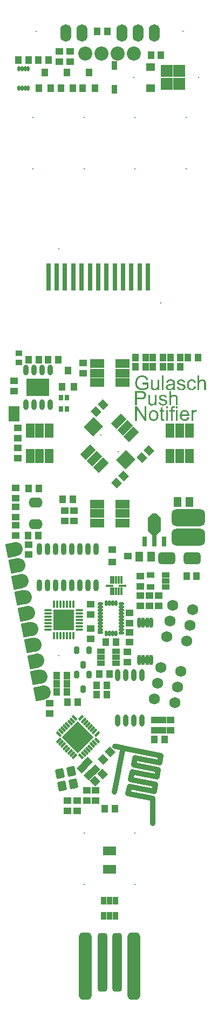
<source format=gbr>
G04 Layer_Color=8388736*
%FSLAX25Y25*%
%MOIN*%
%TF.FileFunction,Soldermask,Top*%
%TF.Part,Single*%
G01*
G75*
%TA.AperFunction,SMDPad,CuDef*%
%ADD79R,0.04737X0.04343*%
%ADD80R,0.04343X0.04540*%
%ADD81R,0.04343X0.04737*%
%ADD82R,0.05131X0.03359*%
G04:AMPARAMS|DCode=83|XSize=83mil|YSize=33mil|CornerRadius=0mil|HoleSize=0mil|Usage=FLASHONLY|Rotation=349.000|XOffset=0mil|YOffset=0mil|HoleType=Round|Shape=Round|*
%AMOVALD83*
21,1,0.05000,0.03300,0.00000,0.00000,349.0*
1,1,0.03300,-0.02454,0.00477*
1,1,0.03300,0.02454,-0.00477*
%
%ADD83OVALD83*%

%ADD84R,0.02965X0.16548*%
%ADD85R,0.04934X0.06312*%
%ADD86R,0.03162X0.06312*%
%ADD87R,0.03162X0.07887*%
G04:AMPARAMS|DCode=88|XSize=106.42mil|YSize=74.93mil|CornerRadius=20.73mil|HoleSize=0mil|Usage=FLASHONLY|Rotation=180.000|XOffset=0mil|YOffset=0mil|HoleType=Round|Shape=RoundedRectangle|*
%AMROUNDEDRECTD88*
21,1,0.10642,0.03347,0,0,180.0*
21,1,0.06496,0.07493,0,0,180.0*
1,1,0.04146,-0.03248,0.01673*
1,1,0.04146,0.03248,0.01673*
1,1,0.04146,0.03248,-0.01673*
1,1,0.04146,-0.03248,-0.01673*
%
%ADD88ROUNDEDRECTD88*%
G04:AMPARAMS|DCode=89|XSize=106.42mil|YSize=204.85mil|CornerRadius=28.61mil|HoleSize=0mil|Usage=FLASHONLY|Rotation=90.000|XOffset=0mil|YOffset=0mil|HoleType=Round|Shape=RoundedRectangle|*
%AMROUNDEDRECTD89*
21,1,0.10642,0.14764,0,0,90.0*
21,1,0.04921,0.20485,0,0,90.0*
1,1,0.05721,0.07382,0.02461*
1,1,0.05721,0.07382,-0.02461*
1,1,0.05721,-0.07382,-0.02461*
1,1,0.05721,-0.07382,0.02461*
%
%ADD89ROUNDEDRECTD89*%
%ADD90R,0.06706X0.04737*%
G04:AMPARAMS|DCode=91|XSize=59.18mil|YSize=362.33mil|CornerRadius=16.8mil|HoleSize=0mil|Usage=FLASHONLY|Rotation=180.000|XOffset=0mil|YOffset=0mil|HoleType=Round|Shape=RoundedRectangle|*
%AMROUNDEDRECTD91*
21,1,0.05918,0.32874,0,0,180.0*
21,1,0.02559,0.36233,0,0,180.0*
1,1,0.03359,-0.01279,0.16437*
1,1,0.03359,0.01279,0.16437*
1,1,0.03359,0.01279,-0.16437*
1,1,0.03359,-0.01279,-0.16437*
%
%ADD91ROUNDEDRECTD91*%
G04:AMPARAMS|DCode=92|XSize=78mil|YSize=413.51mil|CornerRadius=21.5mil|HoleSize=0mil|Usage=FLASHONLY|Rotation=180.000|XOffset=0mil|YOffset=0mil|HoleType=Round|Shape=RoundedRectangle|*
%AMROUNDEDRECTD92*
21,1,0.07800,0.37051,0,0,180.0*
21,1,0.03500,0.41351,0,0,180.0*
1,1,0.04300,-0.01750,0.18526*
1,1,0.04300,0.01750,0.18526*
1,1,0.04300,0.01750,-0.18526*
1,1,0.04300,-0.01750,-0.18526*
%
%ADD92ROUNDEDRECTD92*%
%ADD93O,0.03556X0.01981*%
%ADD94O,0.01981X0.03556*%
G04:AMPARAMS|DCode=95|XSize=17.84mil|YSize=39.5mil|CornerRadius=0mil|HoleSize=0mil|Usage=FLASHONLY|Rotation=225.000|XOffset=0mil|YOffset=0mil|HoleType=Round|Shape=Round|*
%AMOVALD95*
21,1,0.02165,0.01784,0.00000,0.00000,315.0*
1,1,0.01784,-0.00766,0.00766*
1,1,0.01784,0.00766,-0.00766*
%
%ADD95OVALD95*%

G04:AMPARAMS|DCode=96|XSize=17.84mil|YSize=39.5mil|CornerRadius=0mil|HoleSize=0mil|Usage=FLASHONLY|Rotation=135.000|XOffset=0mil|YOffset=0mil|HoleType=Round|Shape=Round|*
%AMOVALD96*
21,1,0.02165,0.01784,0.00000,0.00000,225.0*
1,1,0.01784,0.00766,0.00766*
1,1,0.01784,-0.00766,-0.00766*
%
%ADD96OVALD96*%

%ADD97P,0.19505X4X180.0*%
%ADD98R,0.01587X0.04540*%
%ADD99R,0.04540X0.01587*%
G04:AMPARAMS|DCode=100|XSize=17.84mil|YSize=31.62mil|CornerRadius=5.97mil|HoleSize=0mil|Usage=FLASHONLY|Rotation=180.000|XOffset=0mil|YOffset=0mil|HoleType=Round|Shape=RoundedRectangle|*
%AMROUNDEDRECTD100*
21,1,0.01784,0.01968,0,0,180.0*
21,1,0.00591,0.03162,0,0,180.0*
1,1,0.01194,-0.00295,0.00984*
1,1,0.01194,0.00295,0.00984*
1,1,0.01194,0.00295,-0.00984*
1,1,0.01194,-0.00295,-0.00984*
%
%ADD100ROUNDEDRECTD100*%
%ADD101R,0.03359X0.05131*%
G04:AMPARAMS|DCode=102|XSize=47.37mil|YSize=43.43mil|CornerRadius=0mil|HoleSize=0mil|Usage=FLASHONLY|Rotation=135.000|XOffset=0mil|YOffset=0mil|HoleType=Round|Shape=Rectangle|*
%AMROTATEDRECTD102*
4,1,4,0.03210,-0.00139,0.00139,-0.03210,-0.03210,0.00139,-0.00139,0.03210,0.03210,-0.00139,0.0*
%
%ADD102ROTATEDRECTD102*%

G04:AMPARAMS|DCode=103|XSize=47.37mil|YSize=43.43mil|CornerRadius=0mil|HoleSize=0mil|Usage=FLASHONLY|Rotation=225.000|XOffset=0mil|YOffset=0mil|HoleType=Round|Shape=Rectangle|*
%AMROTATEDRECTD103*
4,1,4,0.00139,0.03210,0.03210,0.00139,-0.00139,-0.03210,-0.03210,-0.00139,0.00139,0.03210,0.0*
%
%ADD103ROTATEDRECTD103*%

%ADD104R,0.04343X0.03556*%
%ADD105R,0.09068X0.05524*%
%ADD106R,0.05524X0.09068*%
G04:AMPARAMS|DCode=107|XSize=31.62mil|YSize=47.37mil|CornerRadius=6.95mil|HoleSize=0mil|Usage=FLASHONLY|Rotation=180.000|XOffset=0mil|YOffset=0mil|HoleType=Round|Shape=RoundedRectangle|*
%AMROUNDEDRECTD107*
21,1,0.03162,0.03347,0,0,180.0*
21,1,0.01772,0.04737,0,0,180.0*
1,1,0.01391,-0.00886,0.01673*
1,1,0.01391,0.00886,0.01673*
1,1,0.01391,0.00886,-0.01673*
1,1,0.01391,-0.00886,-0.01673*
%
%ADD107ROUNDEDRECTD107*%
%ADD108O,0.02572X0.06312*%
%ADD109R,0.04540X0.04343*%
%ADD110R,0.07887X0.05328*%
%ADD111R,0.13123X0.13123*%
%ADD112O,0.01587X0.04540*%
%ADD113O,0.04540X0.01587*%
%ADD114O,0.03162X0.06509*%
%ADD115R,0.14186X0.10642*%
G04:AMPARAMS|DCode=116|XSize=59.18mil|YSize=51.31mil|CornerRadius=8.33mil|HoleSize=0mil|Usage=FLASHONLY|Rotation=281.000|XOffset=0mil|YOffset=0mil|HoleType=Round|Shape=RoundedRectangle|*
%AMROUNDEDRECTD116*
21,1,0.05918,0.03465,0,0,281.0*
21,1,0.04252,0.05131,0,0,281.0*
1,1,0.01666,-0.01295,-0.02418*
1,1,0.01666,-0.02106,0.01756*
1,1,0.01666,0.01295,0.02418*
1,1,0.01666,0.02106,-0.01756*
%
%ADD116ROUNDEDRECTD116*%
G04:AMPARAMS|DCode=117|XSize=82.8mil|YSize=86.74mil|CornerRadius=0mil|HoleSize=0mil|Usage=FLASHONLY|Rotation=135.000|XOffset=0mil|YOffset=0mil|HoleType=Round|Shape=Rectangle|*
%AMROTATEDRECTD117*
4,1,4,0.05994,0.00139,-0.00139,-0.05994,-0.05994,-0.00139,0.00139,0.05994,0.05994,0.00139,0.0*
%
%ADD117ROTATEDRECTD117*%

G04:AMPARAMS|DCode=118|XSize=51.31mil|YSize=86.74mil|CornerRadius=0mil|HoleSize=0mil|Usage=FLASHONLY|Rotation=315.000|XOffset=0mil|YOffset=0mil|HoleType=Round|Shape=Rectangle|*
%AMROTATEDRECTD118*
4,1,4,-0.04881,-0.01253,0.01253,0.04881,0.04881,0.01253,-0.01253,-0.04881,-0.04881,-0.01253,0.0*
%
%ADD118ROTATEDRECTD118*%

%ADD119R,0.02768X0.03753*%
%ADD120R,0.03556X0.05524*%
%ADD121R,0.05524X0.04737*%
%ADD122R,0.07493X0.07493*%
%ADD123O,0.03162X0.07493*%
%ADD124O,0.03359X0.07296*%
%TA.AperFunction,Conductor*%
%ADD125C,0.03300*%
%TA.AperFunction,ComponentPad*%
%ADD126O,0.08674X0.06312*%
%TA.AperFunction,ViaPad*%
%ADD127C,0.08674*%
%TA.AperFunction,ComponentPad*%
%ADD128C,0.06800*%
%ADD129O,0.06800X0.10737*%
%ADD130C,0.03300*%
%TA.AperFunction,WasherPad*%
%ADD131C,0.00800*%
%TA.AperFunction,ComponentPad*%
%ADD132C,0.00800*%
%ADD133C,0.08674*%
%TA.AperFunction,ViaPad*%
%ADD134C,0.02768*%
%TA.AperFunction,NonConductor*%
G04:AMPARAMS|DCode=135|XSize=60.83mil|YSize=86.74mil|CornerRadius=0mil|HoleSize=0mil|Usage=FLASHONLY|Rotation=11.000|XOffset=0mil|YOffset=0mil|HoleType=Round|Shape=Rectangle|*
%AMROTATEDRECTD135*
4,1,4,-0.02158,-0.04838,-0.03813,0.03677,0.02158,0.04838,0.03813,-0.03677,-0.02158,-0.04838,0.0*
%
%ADD135ROTATEDRECTD135*%

G04:AMPARAMS|DCode=136|XSize=60.7mil|YSize=86.61mil|CornerRadius=0mil|HoleSize=0mil|Usage=FLASHONLY|Rotation=11.000|XOffset=0mil|YOffset=0mil|HoleType=Round|Shape=Rectangle|*
%AMROTATEDRECTD136*
4,1,4,-0.02153,-0.04830,-0.03806,0.03672,0.02153,0.04830,0.03806,-0.03672,-0.02153,-0.04830,0.0*
%
%ADD136ROTATEDRECTD136*%

G36*
X20324Y386329D02*
X20406D01*
X20508Y386322D01*
X20617Y386308D01*
X20739Y386295D01*
X20868Y386281D01*
X21003Y386261D01*
X21295Y386206D01*
X21594Y386125D01*
X21744Y386077D01*
X21893Y386023D01*
X21900Y386016D01*
X21927Y386010D01*
X21968Y385989D01*
X22022Y385969D01*
X22083Y385935D01*
X22158Y385894D01*
X22246Y385847D01*
X22334Y385799D01*
X22531Y385677D01*
X22728Y385527D01*
X22925Y385351D01*
X23013Y385256D01*
X23102Y385154D01*
X23108Y385147D01*
X23122Y385127D01*
X23142Y385100D01*
X23176Y385052D01*
X23210Y384998D01*
X23251Y384930D01*
X23299Y384855D01*
X23353Y384767D01*
X23407Y384665D01*
X23461Y384557D01*
X23516Y384441D01*
X23570Y384312D01*
X23624Y384176D01*
X23679Y384027D01*
X23726Y383871D01*
X23774Y383708D01*
X22721Y383422D01*
Y383429D01*
X22715Y383450D01*
X22701Y383490D01*
X22687Y383531D01*
X22667Y383592D01*
X22647Y383653D01*
X22619Y383728D01*
X22586Y383810D01*
X22511Y383979D01*
X22429Y384156D01*
X22334Y384326D01*
X22226Y384482D01*
Y384489D01*
X22212Y384502D01*
X22198Y384523D01*
X22171Y384543D01*
X22104Y384618D01*
X22008Y384706D01*
X21893Y384801D01*
X21750Y384903D01*
X21581Y385005D01*
X21384Y385100D01*
X21377D01*
X21357Y385113D01*
X21329Y385120D01*
X21289Y385140D01*
X21234Y385154D01*
X21173Y385174D01*
X21105Y385195D01*
X21031Y385222D01*
X20942Y385242D01*
X20847Y385263D01*
X20644Y385303D01*
X20413Y385331D01*
X20168Y385337D01*
X20094D01*
X20032Y385331D01*
X19965D01*
X19883Y385324D01*
X19795Y385317D01*
X19693Y385310D01*
X19591Y385297D01*
X19476Y385276D01*
X19245Y385236D01*
X19007Y385174D01*
X18783Y385093D01*
X18776D01*
X18756Y385079D01*
X18729Y385066D01*
X18688Y385045D01*
X18634Y385025D01*
X18579Y384998D01*
X18444Y384923D01*
X18294Y384828D01*
X18138Y384719D01*
X17982Y384590D01*
X17839Y384448D01*
X17833Y384441D01*
X17826Y384427D01*
X17805Y384407D01*
X17778Y384380D01*
X17751Y384339D01*
X17717Y384298D01*
X17636Y384190D01*
X17547Y384061D01*
X17452Y383918D01*
X17364Y383755D01*
X17283Y383579D01*
X17276Y383572D01*
X17269Y383545D01*
X17255Y383497D01*
X17228Y383436D01*
X17208Y383361D01*
X17181Y383266D01*
X17147Y383165D01*
X17120Y383049D01*
X17086Y382920D01*
X17059Y382784D01*
X17025Y382635D01*
X17004Y382479D01*
X16984Y382323D01*
X16963Y382153D01*
X16957Y381976D01*
X16950Y381800D01*
Y381786D01*
Y381745D01*
Y381684D01*
X16957Y381603D01*
X16963Y381501D01*
X16970Y381385D01*
X16984Y381250D01*
X16997Y381107D01*
X17025Y380958D01*
X17045Y380802D01*
X17079Y380632D01*
X17120Y380469D01*
X17167Y380299D01*
X17221Y380136D01*
X17283Y379980D01*
X17350Y379824D01*
X17357Y379817D01*
X17371Y379790D01*
X17391Y379749D01*
X17425Y379695D01*
X17466Y379627D01*
X17520Y379552D01*
X17581Y379471D01*
X17649Y379376D01*
X17731Y379281D01*
X17819Y379186D01*
X17914Y379090D01*
X18023Y378989D01*
X18138Y378894D01*
X18260Y378805D01*
X18389Y378717D01*
X18532Y378642D01*
X18539Y378636D01*
X18566Y378629D01*
X18607Y378608D01*
X18668Y378581D01*
X18742Y378554D01*
X18824Y378520D01*
X18926Y378486D01*
X19034Y378452D01*
X19150Y378418D01*
X19279Y378384D01*
X19415Y378350D01*
X19557Y378323D01*
X19870Y378276D01*
X20026Y378269D01*
X20189Y378262D01*
X20263D01*
X20318Y378269D01*
X20386D01*
X20467Y378276D01*
X20555Y378289D01*
X20657Y378296D01*
X20766Y378316D01*
X20881Y378330D01*
X21133Y378384D01*
X21397Y378452D01*
X21669Y378547D01*
X21676Y378554D01*
X21703Y378561D01*
X21737Y378574D01*
X21791Y378602D01*
X21852Y378622D01*
X21920Y378656D01*
X21995Y378697D01*
X22076Y378737D01*
X22260Y378826D01*
X22443Y378934D01*
X22613Y379050D01*
X22694Y379111D01*
X22769Y379172D01*
Y380815D01*
X20168D01*
Y381854D01*
X23910D01*
Y378581D01*
X23903Y378574D01*
X23869Y378554D01*
X23821Y378513D01*
X23760Y378466D01*
X23679Y378412D01*
X23591Y378344D01*
X23482Y378276D01*
X23366Y378194D01*
X23237Y378113D01*
X23095Y378031D01*
X22952Y377943D01*
X22796Y377855D01*
X22470Y377692D01*
X22300Y377617D01*
X22131Y377549D01*
X22117Y377542D01*
X22090Y377536D01*
X22042Y377515D01*
X21974Y377495D01*
X21886Y377468D01*
X21791Y377441D01*
X21676Y377413D01*
X21553Y377379D01*
X21418Y377345D01*
X21268Y377318D01*
X21112Y377291D01*
X20949Y377264D01*
X20610Y377223D01*
X20433Y377217D01*
X20250Y377210D01*
X20196D01*
X20121Y377217D01*
X20032D01*
X19917Y377230D01*
X19781Y377237D01*
X19632Y377257D01*
X19469Y377278D01*
X19292Y377311D01*
X19102Y377345D01*
X18905Y377393D01*
X18709Y377447D01*
X18498Y377508D01*
X18294Y377583D01*
X18091Y377671D01*
X17887Y377766D01*
X17873Y377773D01*
X17839Y377794D01*
X17785Y377828D01*
X17710Y377868D01*
X17622Y377929D01*
X17520Y377997D01*
X17412Y378079D01*
X17289Y378174D01*
X17160Y378282D01*
X17031Y378405D01*
X16895Y378534D01*
X16767Y378683D01*
X16637Y378839D01*
X16509Y379002D01*
X16393Y379186D01*
X16284Y379376D01*
X16278Y379389D01*
X16264Y379423D01*
X16237Y379484D01*
X16203Y379559D01*
X16162Y379661D01*
X16115Y379776D01*
X16067Y379912D01*
X16020Y380062D01*
X15965Y380231D01*
X15918Y380415D01*
X15870Y380605D01*
X15830Y380808D01*
X15796Y381026D01*
X15768Y381250D01*
X15755Y381487D01*
X15748Y381725D01*
Y381732D01*
Y381739D01*
Y381759D01*
Y381786D01*
X15755Y381854D01*
Y381942D01*
X15762Y382058D01*
X15775Y382193D01*
X15796Y382343D01*
X15816Y382513D01*
X15843Y382689D01*
X15877Y382879D01*
X15925Y383076D01*
X15972Y383287D01*
X16033Y383490D01*
X16108Y383708D01*
X16189Y383918D01*
X16284Y384129D01*
X16291Y384142D01*
X16312Y384176D01*
X16339Y384237D01*
X16386Y384312D01*
X16441Y384407D01*
X16509Y384509D01*
X16590Y384631D01*
X16678Y384760D01*
X16780Y384889D01*
X16895Y385025D01*
X17025Y385168D01*
X17167Y385303D01*
X17316Y385439D01*
X17473Y385568D01*
X17649Y385684D01*
X17833Y385792D01*
X17846Y385799D01*
X17880Y385813D01*
X17934Y385840D01*
X18009Y385880D01*
X18111Y385921D01*
X18220Y385962D01*
X18355Y386016D01*
X18505Y386064D01*
X18668Y386111D01*
X18844Y386166D01*
X19041Y386206D01*
X19245Y386254D01*
X19455Y386288D01*
X19686Y386315D01*
X19917Y386329D01*
X20162Y386335D01*
X20257D01*
X20324Y386329D01*
D02*
G37*
G36*
X44225Y383884D02*
X44307Y383877D01*
X44388Y383871D01*
X44483Y383864D01*
X44687Y383837D01*
X44911Y383803D01*
X45135Y383749D01*
X45352Y383674D01*
X45359D01*
X45380Y383667D01*
X45407Y383653D01*
X45447Y383633D01*
X45495Y383613D01*
X45549Y383586D01*
X45672Y383518D01*
X45807Y383436D01*
X45950Y383334D01*
X46079Y383219D01*
X46140Y383151D01*
X46194Y383083D01*
Y383076D01*
X46208Y383069D01*
X46222Y383042D01*
X46242Y383015D01*
X46262Y382981D01*
X46289Y382934D01*
X46317Y382879D01*
X46344Y382825D01*
X46378Y382757D01*
X46405Y382682D01*
X46439Y382601D01*
X46473Y382513D01*
X46527Y382316D01*
X46575Y382099D01*
X45515Y381956D01*
Y381963D01*
X45509Y381976D01*
Y382003D01*
X45502Y382037D01*
X45488Y382078D01*
X45475Y382126D01*
X45434Y382234D01*
X45380Y382357D01*
X45305Y382486D01*
X45210Y382608D01*
X45094Y382723D01*
X45088D01*
X45081Y382737D01*
X45061Y382750D01*
X45033Y382764D01*
X44993Y382791D01*
X44952Y382811D01*
X44897Y382839D01*
X44843Y382866D01*
X44775Y382886D01*
X44701Y382913D01*
X44619Y382940D01*
X44531Y382961D01*
X44436Y382974D01*
X44334Y382988D01*
X44225Y383001D01*
X44042D01*
X43988Y382995D01*
X43927D01*
X43859Y382988D01*
X43777Y382981D01*
X43696Y382968D01*
X43519Y382940D01*
X43343Y382893D01*
X43180Y382832D01*
X43112Y382798D01*
X43044Y382750D01*
X43030Y382737D01*
X42996Y382710D01*
X42942Y382655D01*
X42888Y382587D01*
X42827Y382499D01*
X42772Y382404D01*
X42738Y382295D01*
X42731Y382234D01*
X42725Y382173D01*
Y382166D01*
Y382139D01*
X42731Y382099D01*
X42738Y382044D01*
X42759Y381990D01*
X42779Y381922D01*
X42813Y381861D01*
X42854Y381793D01*
X42860Y381786D01*
X42881Y381766D01*
X42915Y381732D01*
X42956Y381691D01*
X43017Y381650D01*
X43085Y381603D01*
X43173Y381555D01*
X43268Y381508D01*
X43275D01*
X43309Y381494D01*
X43329Y381487D01*
X43363Y381474D01*
X43404Y381467D01*
X43451Y381453D01*
X43505Y381433D01*
X43573Y381413D01*
X43655Y381392D01*
X43743Y381365D01*
X43845Y381338D01*
X43960Y381304D01*
X44089Y381270D01*
X44232Y381229D01*
X44246D01*
X44280Y381216D01*
X44341Y381202D01*
X44422Y381182D01*
X44510Y381155D01*
X44619Y381121D01*
X44741Y381087D01*
X44864Y381053D01*
X45128Y380971D01*
X45393Y380890D01*
X45522Y380849D01*
X45638Y380808D01*
X45746Y380768D01*
X45834Y380727D01*
X45841D01*
X45855Y380720D01*
X45875Y380707D01*
X45909Y380693D01*
X45950Y380673D01*
X45991Y380645D01*
X46093Y380584D01*
X46208Y380503D01*
X46330Y380401D01*
X46446Y380286D01*
X46547Y380156D01*
Y380150D01*
X46561Y380143D01*
X46575Y380123D01*
X46588Y380089D01*
X46609Y380055D01*
X46629Y380014D01*
X46656Y379960D01*
X46683Y379905D01*
X46731Y379769D01*
X46771Y379613D01*
X46799Y379430D01*
X46812Y379233D01*
Y379226D01*
Y379206D01*
Y379179D01*
X46806Y379138D01*
Y379090D01*
X46799Y379036D01*
X46785Y378975D01*
X46771Y378900D01*
X46738Y378744D01*
X46676Y378574D01*
X46602Y378398D01*
X46547Y378303D01*
X46493Y378215D01*
X46486Y378208D01*
X46480Y378194D01*
X46459Y378167D01*
X46432Y378133D01*
X46398Y378099D01*
X46364Y378052D01*
X46317Y377997D01*
X46262Y377943D01*
X46194Y377889D01*
X46126Y377828D01*
X46052Y377766D01*
X45970Y377705D01*
X45787Y377583D01*
X45577Y377474D01*
X45570D01*
X45549Y377461D01*
X45515Y377454D01*
X45475Y377434D01*
X45414Y377413D01*
X45352Y377393D01*
X45271Y377373D01*
X45189Y377345D01*
X45094Y377318D01*
X44986Y377298D01*
X44877Y377278D01*
X44762Y377257D01*
X44504Y377230D01*
X44232Y377217D01*
X44178D01*
X44110Y377223D01*
X44028D01*
X43920Y377230D01*
X43804Y377244D01*
X43668Y377257D01*
X43526Y377284D01*
X43376Y377311D01*
X43220Y377345D01*
X43057Y377386D01*
X42901Y377434D01*
X42745Y377495D01*
X42596Y377563D01*
X42453Y377644D01*
X42324Y377732D01*
X42317Y377739D01*
X42297Y377760D01*
X42263Y377787D01*
X42222Y377828D01*
X42168Y377882D01*
X42107Y377950D01*
X42046Y378031D01*
X41978Y378119D01*
X41903Y378221D01*
X41835Y378337D01*
X41767Y378459D01*
X41699Y378595D01*
X41638Y378744D01*
X41584Y378907D01*
X41537Y379084D01*
X41496Y379267D01*
X42568Y379437D01*
Y379430D01*
X42575Y379410D01*
X42582Y379376D01*
X42589Y379328D01*
X42603Y379274D01*
X42616Y379213D01*
X42636Y379145D01*
X42664Y379070D01*
X42731Y378914D01*
X42820Y378744D01*
X42874Y378663D01*
X42928Y378588D01*
X42996Y378513D01*
X43071Y378446D01*
X43078Y378439D01*
X43091Y378432D01*
X43112Y378412D01*
X43146Y378391D01*
X43193Y378364D01*
X43241Y378337D01*
X43302Y378310D01*
X43370Y378276D01*
X43451Y378242D01*
X43533Y378215D01*
X43628Y378187D01*
X43730Y378160D01*
X43845Y378140D01*
X43960Y378119D01*
X44089Y378113D01*
X44225Y378106D01*
X44300D01*
X44348Y378113D01*
X44409D01*
X44483Y378119D01*
X44558Y378133D01*
X44646Y378147D01*
X44823Y378181D01*
X45006Y378235D01*
X45183Y378310D01*
X45257Y378350D01*
X45332Y378405D01*
X45339Y378412D01*
X45346Y378418D01*
X45386Y378459D01*
X45447Y378520D01*
X45515Y378608D01*
X45583Y378710D01*
X45644Y378833D01*
X45685Y378968D01*
X45692Y379043D01*
X45699Y379118D01*
Y379124D01*
Y379131D01*
Y379152D01*
X45692Y379179D01*
X45685Y379247D01*
X45658Y379328D01*
X45624Y379423D01*
X45563Y379518D01*
X45488Y379607D01*
X45434Y379654D01*
X45380Y379695D01*
X45366Y379702D01*
X45352Y379708D01*
X45332Y379722D01*
X45298Y379736D01*
X45264Y379756D01*
X45217Y379776D01*
X45156Y379797D01*
X45088Y379824D01*
X45006Y379851D01*
X44918Y379878D01*
X44816Y379912D01*
X44701Y379946D01*
X44572Y379987D01*
X44422Y380021D01*
X44266Y380062D01*
X44252Y380068D01*
X44212Y380075D01*
X44151Y380089D01*
X44069Y380116D01*
X43974Y380136D01*
X43865Y380170D01*
X43743Y380204D01*
X43614Y380245D01*
X43336Y380326D01*
X43064Y380415D01*
X42935Y380455D01*
X42813Y380503D01*
X42704Y380544D01*
X42609Y380584D01*
X42603D01*
X42589Y380598D01*
X42568Y380605D01*
X42535Y380625D01*
X42453Y380673D01*
X42351Y380740D01*
X42243Y380829D01*
X42127Y380931D01*
X42012Y381053D01*
X41917Y381189D01*
Y381195D01*
X41910Y381209D01*
X41896Y381229D01*
X41883Y381257D01*
X41862Y381291D01*
X41842Y381338D01*
X41801Y381440D01*
X41754Y381569D01*
X41720Y381718D01*
X41693Y381874D01*
X41679Y382051D01*
Y382058D01*
Y382071D01*
Y382092D01*
Y382126D01*
X41686Y382160D01*
X41693Y382200D01*
X41706Y382309D01*
X41727Y382431D01*
X41761Y382560D01*
X41808Y382703D01*
X41869Y382839D01*
Y382845D01*
X41876Y382852D01*
X41890Y382873D01*
X41903Y382900D01*
X41951Y382968D01*
X42012Y383049D01*
X42086Y383144D01*
X42182Y383246D01*
X42283Y383348D01*
X42406Y383443D01*
X42419Y383450D01*
X42453Y383477D01*
X42507Y383511D01*
X42589Y383552D01*
X42684Y383599D01*
X42799Y383653D01*
X42935Y383708D01*
X43091Y383755D01*
X43098D01*
X43112Y383762D01*
X43139Y383769D01*
X43166Y383776D01*
X43207Y383789D01*
X43261Y383796D01*
X43315Y383810D01*
X43376Y383823D01*
X43519Y383850D01*
X43675Y383871D01*
X43852Y383884D01*
X44035Y383891D01*
X44164D01*
X44225Y383884D01*
D02*
G37*
G36*
X50845D02*
X50934Y383877D01*
X51042Y383864D01*
X51151Y383843D01*
X51280Y383823D01*
X51409Y383796D01*
X51545Y383762D01*
X51688Y383721D01*
X51830Y383667D01*
X51973Y383606D01*
X52109Y383538D01*
X52244Y383456D01*
X52373Y383361D01*
X52380Y383355D01*
X52400Y383334D01*
X52434Y383307D01*
X52482Y383266D01*
X52536Y383212D01*
X52597Y383144D01*
X52658Y383069D01*
X52733Y382981D01*
X52801Y382879D01*
X52876Y382771D01*
X52944Y382648D01*
X53018Y382513D01*
X53079Y382370D01*
X53141Y382214D01*
X53188Y382051D01*
X53229Y381874D01*
X52176Y381712D01*
Y381718D01*
X52170Y381739D01*
X52163Y381773D01*
X52149Y381813D01*
X52129Y381868D01*
X52109Y381929D01*
X52054Y382071D01*
X51980Y382227D01*
X51884Y382390D01*
X51776Y382540D01*
X51708Y382614D01*
X51640Y382676D01*
X51633Y382682D01*
X51620Y382689D01*
X51599Y382703D01*
X51572Y382730D01*
X51538Y382750D01*
X51491Y382778D01*
X51443Y382811D01*
X51382Y382839D01*
X51246Y382900D01*
X51090Y382954D01*
X50913Y382988D01*
X50818Y382995D01*
X50717Y383001D01*
X50683D01*
X50635Y382995D01*
X50581D01*
X50513Y382981D01*
X50431Y382968D01*
X50343Y382954D01*
X50241Y382927D01*
X50139Y382900D01*
X50031Y382859D01*
X49922Y382811D01*
X49807Y382750D01*
X49698Y382682D01*
X49589Y382608D01*
X49488Y382513D01*
X49386Y382411D01*
X49379Y382404D01*
X49365Y382384D01*
X49338Y382350D01*
X49304Y382302D01*
X49270Y382234D01*
X49223Y382160D01*
X49182Y382065D01*
X49134Y381963D01*
X49087Y381840D01*
X49039Y381705D01*
X48992Y381549D01*
X48958Y381385D01*
X48924Y381202D01*
X48897Y380998D01*
X48883Y380788D01*
X48876Y380557D01*
Y380550D01*
Y380544D01*
Y380523D01*
Y380503D01*
X48883Y380435D01*
Y380347D01*
X48890Y380238D01*
X48904Y380116D01*
X48917Y379987D01*
X48937Y379837D01*
X48965Y379688D01*
X48999Y379532D01*
X49033Y379376D01*
X49080Y379220D01*
X49141Y379070D01*
X49202Y378934D01*
X49277Y378799D01*
X49365Y378683D01*
X49372Y378676D01*
X49386Y378656D01*
X49420Y378629D01*
X49454Y378595D01*
X49508Y378547D01*
X49562Y378500D01*
X49637Y378446D01*
X49712Y378398D01*
X49800Y378344D01*
X49895Y378289D01*
X50004Y378242D01*
X50119Y378194D01*
X50241Y378160D01*
X50370Y378133D01*
X50513Y378113D01*
X50655Y378106D01*
X50717D01*
X50764Y378113D01*
X50818Y378119D01*
X50880Y378126D01*
X50954Y378140D01*
X51029Y378153D01*
X51199Y378201D01*
X51287Y378235D01*
X51375Y378269D01*
X51463Y378316D01*
X51552Y378364D01*
X51640Y378425D01*
X51722Y378493D01*
X51728Y378500D01*
X51742Y378513D01*
X51762Y378534D01*
X51789Y378568D01*
X51823Y378608D01*
X51864Y378663D01*
X51905Y378724D01*
X51952Y378792D01*
X51993Y378873D01*
X52041Y378961D01*
X52088Y379063D01*
X52129Y379172D01*
X52170Y379287D01*
X52210Y379416D01*
X52237Y379552D01*
X52265Y379702D01*
X53331Y379559D01*
Y379545D01*
X53324Y379511D01*
X53310Y379450D01*
X53290Y379376D01*
X53270Y379287D01*
X53236Y379179D01*
X53202Y379057D01*
X53154Y378934D01*
X53100Y378799D01*
X53032Y378656D01*
X52964Y378513D01*
X52876Y378371D01*
X52788Y378228D01*
X52679Y378086D01*
X52563Y377957D01*
X52434Y377834D01*
X52428Y377828D01*
X52400Y377807D01*
X52360Y377780D01*
X52305Y377739D01*
X52237Y377692D01*
X52149Y377637D01*
X52054Y377583D01*
X51946Y377529D01*
X51823Y377468D01*
X51688Y377413D01*
X51545Y377359D01*
X51389Y377311D01*
X51219Y377271D01*
X51042Y377244D01*
X50859Y377223D01*
X50669Y377217D01*
X50608D01*
X50540Y377223D01*
X50452Y377230D01*
X50336Y377244D01*
X50207Y377264D01*
X50065Y377291D01*
X49909Y377325D01*
X49746Y377366D01*
X49576Y377427D01*
X49399Y377495D01*
X49223Y377576D01*
X49046Y377678D01*
X48876Y377787D01*
X48713Y377923D01*
X48557Y378072D01*
X48551Y378086D01*
X48523Y378113D01*
X48483Y378160D01*
X48435Y378228D01*
X48374Y378316D01*
X48306Y378425D01*
X48231Y378554D01*
X48164Y378697D01*
X48089Y378866D01*
X48014Y379050D01*
X47946Y379247D01*
X47885Y379464D01*
X47838Y379702D01*
X47797Y379960D01*
X47770Y380231D01*
X47763Y380523D01*
Y380537D01*
Y380571D01*
Y380625D01*
X47770Y380700D01*
X47776Y380788D01*
X47783Y380890D01*
X47790Y381012D01*
X47804Y381141D01*
X47824Y381277D01*
X47844Y381419D01*
X47905Y381725D01*
X47946Y381881D01*
X47994Y382037D01*
X48041Y382187D01*
X48102Y382336D01*
X48109Y382343D01*
X48116Y382370D01*
X48136Y382411D01*
X48170Y382465D01*
X48204Y382526D01*
X48252Y382601D01*
X48299Y382682D01*
X48360Y382771D01*
X48435Y382866D01*
X48510Y382961D01*
X48598Y383056D01*
X48693Y383151D01*
X48795Y383246D01*
X48904Y383334D01*
X49019Y383422D01*
X49148Y383497D01*
X49155Y383504D01*
X49182Y383518D01*
X49216Y383531D01*
X49270Y383558D01*
X49338Y383586D01*
X49413Y383619D01*
X49501Y383660D01*
X49603Y383694D01*
X49712Y383728D01*
X49827Y383769D01*
X49956Y383803D01*
X50085Y383830D01*
X50228Y383857D01*
X50370Y383877D01*
X50520Y383884D01*
X50676Y383891D01*
X50778D01*
X50845Y383884D01*
D02*
G37*
G36*
X30645Y377359D02*
X29674D01*
Y378296D01*
X29667Y378282D01*
X29640Y378249D01*
X29600Y378194D01*
X29539Y378126D01*
X29464Y378045D01*
X29369Y377957D01*
X29260Y377855D01*
X29138Y377760D01*
X29002Y377658D01*
X28853Y377556D01*
X28683Y377468D01*
X28500Y377386D01*
X28310Y377318D01*
X28099Y377264D01*
X27882Y377230D01*
X27644Y377217D01*
X27590D01*
X27549Y377223D01*
X27501D01*
X27440Y377230D01*
X27373Y377237D01*
X27298Y377244D01*
X27135Y377271D01*
X26958Y377305D01*
X26775Y377359D01*
X26585Y377427D01*
X26578D01*
X26564Y377441D01*
X26537Y377447D01*
X26503Y377468D01*
X26463Y377488D01*
X26415Y377515D01*
X26313Y377576D01*
X26191Y377658D01*
X26076Y377746D01*
X25960Y377855D01*
X25858Y377970D01*
Y377977D01*
X25852Y377984D01*
X25838Y378004D01*
X25818Y378031D01*
X25777Y378099D01*
X25729Y378194D01*
X25675Y378316D01*
X25621Y378452D01*
X25566Y378608D01*
X25526Y378778D01*
Y378785D01*
Y378792D01*
X25519Y378812D01*
Y378839D01*
X25512Y378873D01*
X25505Y378914D01*
X25499Y378968D01*
Y379023D01*
X25492Y379090D01*
X25485Y379165D01*
X25478Y379247D01*
X25471Y379342D01*
Y379437D01*
X25464Y379545D01*
Y379668D01*
Y379790D01*
Y383749D01*
X26551D01*
Y380204D01*
Y380197D01*
Y380170D01*
Y380123D01*
Y380068D01*
Y380000D01*
X26558Y379919D01*
Y379837D01*
Y379742D01*
X26564Y379552D01*
X26578Y379362D01*
X26585Y379274D01*
X26592Y379192D01*
X26599Y379118D01*
X26612Y379057D01*
Y379050D01*
X26619Y379036D01*
X26626Y379016D01*
X26632Y378989D01*
X26660Y378907D01*
X26707Y378812D01*
X26761Y378703D01*
X26836Y378595D01*
X26931Y378486D01*
X27047Y378384D01*
X27053D01*
X27060Y378378D01*
X27081Y378364D01*
X27108Y378350D01*
X27176Y378310D01*
X27271Y378269D01*
X27393Y378221D01*
X27529Y378187D01*
X27685Y378160D01*
X27861Y378147D01*
X27909D01*
X27943Y378153D01*
X27990D01*
X28038Y378160D01*
X28160Y378181D01*
X28296Y378208D01*
X28452Y378249D01*
X28608Y378310D01*
X28771Y378391D01*
X28778D01*
X28792Y378405D01*
X28812Y378418D01*
X28839Y378439D01*
X28914Y378493D01*
X29009Y378568D01*
X29104Y378670D01*
X29206Y378785D01*
X29301Y378921D01*
X29376Y379070D01*
Y379077D01*
X29382Y379090D01*
X29396Y379118D01*
X29403Y379152D01*
X29416Y379199D01*
X29437Y379254D01*
X29450Y379315D01*
X29471Y379389D01*
X29484Y379471D01*
X29498Y379566D01*
X29518Y379668D01*
X29532Y379783D01*
X29545Y379899D01*
X29552Y380034D01*
X29559Y380170D01*
Y380319D01*
Y383749D01*
X30645D01*
Y377359D01*
D02*
G37*
G36*
X55347Y383008D02*
X55354Y383015D01*
X55381Y383049D01*
X55422Y383090D01*
X55483Y383144D01*
X55558Y383212D01*
X55646Y383287D01*
X55748Y383368D01*
X55870Y383450D01*
X55999Y383531D01*
X56142Y383613D01*
X56305Y383687D01*
X56468Y383755D01*
X56651Y383810D01*
X56841Y383850D01*
X57045Y383884D01*
X57255Y383891D01*
X57323D01*
X57371Y383884D01*
X57439D01*
X57507Y383877D01*
X57588Y383871D01*
X57676Y383857D01*
X57866Y383823D01*
X58070Y383769D01*
X58281Y383701D01*
X58484Y383606D01*
X58491D01*
X58505Y383592D01*
X58532Y383579D01*
X58573Y383552D01*
X58613Y383524D01*
X58661Y383490D01*
X58776Y383402D01*
X58899Y383294D01*
X59021Y383165D01*
X59136Y383008D01*
X59184Y382920D01*
X59231Y382832D01*
Y382825D01*
X59238Y382811D01*
X59252Y382778D01*
X59265Y382744D01*
X59285Y382689D01*
X59306Y382628D01*
X59326Y382553D01*
X59347Y382472D01*
X59367Y382377D01*
X59387Y382268D01*
X59408Y382153D01*
X59428Y382024D01*
X59442Y381888D01*
X59455Y381739D01*
X59462Y381576D01*
Y381406D01*
Y377359D01*
X58376D01*
Y381406D01*
Y381413D01*
Y381440D01*
Y381481D01*
X58369Y381542D01*
X58362Y381610D01*
X58355Y381684D01*
X58349Y381766D01*
X58335Y381861D01*
X58287Y382051D01*
X58226Y382248D01*
X58185Y382343D01*
X58138Y382431D01*
X58084Y382513D01*
X58023Y382587D01*
X58016Y382594D01*
X58009Y382601D01*
X57989Y382621D01*
X57955Y382648D01*
X57921Y382676D01*
X57880Y382703D01*
X57826Y382737D01*
X57765Y382778D01*
X57697Y382811D01*
X57629Y382845D01*
X57547Y382873D01*
X57459Y382900D01*
X57357Y382927D01*
X57255Y382947D01*
X57147Y382954D01*
X57031Y382961D01*
X56984D01*
X56950Y382954D01*
X56909D01*
X56855Y382947D01*
X56739Y382927D01*
X56597Y382900D01*
X56447Y382852D01*
X56284Y382791D01*
X56121Y382710D01*
X56115D01*
X56101Y382696D01*
X56081Y382682D01*
X56054Y382662D01*
X55979Y382608D01*
X55891Y382533D01*
X55789Y382431D01*
X55694Y382316D01*
X55598Y382180D01*
X55524Y382031D01*
Y382024D01*
X55517Y382010D01*
X55510Y381983D01*
X55497Y381949D01*
X55483Y381908D01*
X55470Y381854D01*
X55449Y381793D01*
X55436Y381725D01*
X55422Y381644D01*
X55402Y381555D01*
X55388Y381460D01*
X55374Y381352D01*
X55361Y381236D01*
X55354Y381114D01*
X55347Y380985D01*
Y380849D01*
Y377359D01*
X54261D01*
Y386179D01*
X55347D01*
Y383008D01*
D02*
G37*
G36*
X37979Y383884D02*
X38060D01*
X38148Y383877D01*
X38243Y383864D01*
X38454Y383843D01*
X38678Y383810D01*
X38895Y383762D01*
X38997Y383728D01*
X39099Y383694D01*
X39106D01*
X39119Y383687D01*
X39146Y383674D01*
X39180Y383660D01*
X39228Y383640D01*
X39275Y383619D01*
X39384Y383565D01*
X39513Y383490D01*
X39635Y383409D01*
X39751Y383314D01*
X39852Y383212D01*
X39866Y383198D01*
X39893Y383158D01*
X39934Y383097D01*
X39981Y383008D01*
X40043Y382907D01*
X40097Y382778D01*
X40151Y382635D01*
X40192Y382472D01*
Y382458D01*
X40199Y382445D01*
Y382418D01*
X40206Y382384D01*
X40212Y382343D01*
Y382295D01*
X40219Y382241D01*
X40226Y382180D01*
X40233Y382105D01*
Y382024D01*
X40240Y381936D01*
Y381834D01*
X40246Y381725D01*
Y381603D01*
Y381474D01*
Y380034D01*
Y380028D01*
Y380021D01*
Y379994D01*
Y379966D01*
Y379932D01*
Y379892D01*
Y379790D01*
Y379674D01*
X40253Y379539D01*
Y379389D01*
Y379233D01*
X40260Y378907D01*
X40267Y378744D01*
X40273Y378595D01*
X40280Y378452D01*
X40294Y378323D01*
X40301Y378215D01*
X40314Y378126D01*
Y378119D01*
X40321Y378106D01*
Y378086D01*
X40328Y378058D01*
X40335Y378025D01*
X40348Y377984D01*
X40375Y377882D01*
X40409Y377766D01*
X40464Y377631D01*
X40518Y377495D01*
X40593Y377359D01*
X39459D01*
Y377366D01*
X39452Y377373D01*
X39445Y377393D01*
X39432Y377420D01*
X39404Y377488D01*
X39370Y377583D01*
X39330Y377699D01*
X39296Y377834D01*
X39262Y377984D01*
X39241Y378147D01*
X39235Y378140D01*
X39214Y378126D01*
X39180Y378099D01*
X39140Y378065D01*
X39085Y378018D01*
X39024Y377970D01*
X38949Y377923D01*
X38868Y377861D01*
X38691Y377746D01*
X38495Y377624D01*
X38291Y377515D01*
X38182Y377461D01*
X38080Y377420D01*
X38074D01*
X38053Y377413D01*
X38026Y377400D01*
X37985Y377386D01*
X37931Y377373D01*
X37870Y377359D01*
X37802Y377339D01*
X37727Y377318D01*
X37639Y377298D01*
X37551Y377284D01*
X37347Y377250D01*
X37130Y377223D01*
X36892Y377217D01*
X36845D01*
X36790Y377223D01*
X36722D01*
X36634Y377230D01*
X36532Y377244D01*
X36417Y377257D01*
X36295Y377278D01*
X36166Y377305D01*
X36037Y377339D01*
X35901Y377379D01*
X35765Y377434D01*
X35636Y377488D01*
X35507Y377556D01*
X35385Y377637D01*
X35276Y377726D01*
X35269Y377732D01*
X35249Y377753D01*
X35222Y377780D01*
X35188Y377821D01*
X35147Y377868D01*
X35100Y377929D01*
X35045Y378004D01*
X34998Y378086D01*
X34943Y378174D01*
X34889Y378276D01*
X34841Y378384D01*
X34801Y378500D01*
X34767Y378622D01*
X34740Y378758D01*
X34719Y378894D01*
X34712Y379043D01*
Y379050D01*
Y379063D01*
Y379090D01*
X34719Y379124D01*
Y379165D01*
X34726Y379213D01*
X34740Y379328D01*
X34767Y379457D01*
X34801Y379600D01*
X34855Y379749D01*
X34923Y379899D01*
Y379905D01*
X34930Y379919D01*
X34943Y379939D01*
X34964Y379960D01*
X35011Y380034D01*
X35072Y380123D01*
X35154Y380218D01*
X35249Y380319D01*
X35357Y380421D01*
X35480Y380516D01*
X35487D01*
X35493Y380530D01*
X35514Y380537D01*
X35541Y380557D01*
X35616Y380598D01*
X35711Y380652D01*
X35826Y380707D01*
X35955Y380768D01*
X36105Y380829D01*
X36261Y380876D01*
X36267D01*
X36274Y380883D01*
X36295D01*
X36322Y380890D01*
X36356Y380897D01*
X36396Y380903D01*
X36444Y380917D01*
X36498Y380931D01*
X36566Y380937D01*
X36634Y380951D01*
X36716Y380965D01*
X36797Y380978D01*
X36892Y380992D01*
X36994Y381012D01*
X37103Y381026D01*
X37218Y381039D01*
X37232D01*
X37252Y381046D01*
X37279D01*
X37340Y381053D01*
X37435Y381066D01*
X37544Y381080D01*
X37666Y381100D01*
X37802Y381121D01*
X37951Y381148D01*
X38107Y381168D01*
X38264Y381202D01*
X38590Y381263D01*
X38746Y381297D01*
X38888Y381331D01*
X39031Y381372D01*
X39153Y381413D01*
Y381419D01*
Y381447D01*
Y381487D01*
X39160Y381528D01*
Y381623D01*
Y381664D01*
Y381691D01*
Y381698D01*
Y381718D01*
Y381752D01*
X39153Y381800D01*
Y381854D01*
X39146Y381915D01*
X39119Y382058D01*
X39085Y382214D01*
X39031Y382363D01*
X38949Y382506D01*
X38902Y382567D01*
X38848Y382621D01*
X38841Y382628D01*
X38827Y382635D01*
X38807Y382655D01*
X38773Y382682D01*
X38725Y382710D01*
X38671Y382737D01*
X38610Y382771D01*
X38542Y382811D01*
X38454Y382845D01*
X38366Y382879D01*
X38264Y382907D01*
X38155Y382934D01*
X38033Y382961D01*
X37904Y382981D01*
X37768Y382988D01*
X37619Y382995D01*
X37544D01*
X37496Y382988D01*
X37429D01*
X37354Y382981D01*
X37279Y382974D01*
X37191Y382961D01*
X37007Y382927D01*
X36817Y382879D01*
X36641Y382811D01*
X36559Y382771D01*
X36485Y382723D01*
X36478D01*
X36471Y382710D01*
X36451Y382696D01*
X36424Y382669D01*
X36396Y382642D01*
X36362Y382601D01*
X36322Y382560D01*
X36281Y382506D01*
X36240Y382445D01*
X36200Y382377D01*
X36152Y382302D01*
X36111Y382214D01*
X36070Y382119D01*
X36030Y382017D01*
X35989Y381902D01*
X35955Y381779D01*
X34896Y381922D01*
Y381929D01*
X34903Y381949D01*
X34909Y381990D01*
X34923Y382037D01*
X34937Y382092D01*
X34957Y382160D01*
X34984Y382234D01*
X35011Y382316D01*
X35072Y382486D01*
X35154Y382669D01*
X35249Y382852D01*
X35364Y383015D01*
X35371Y383022D01*
X35378Y383035D01*
X35398Y383056D01*
X35425Y383083D01*
X35459Y383117D01*
X35500Y383158D01*
X35555Y383205D01*
X35609Y383253D01*
X35670Y383307D01*
X35745Y383355D01*
X35826Y383409D01*
X35908Y383463D01*
X36003Y383518D01*
X36105Y383565D01*
X36206Y383619D01*
X36322Y383660D01*
X36329D01*
X36349Y383667D01*
X36383Y383681D01*
X36430Y383694D01*
X36492Y383715D01*
X36566Y383735D01*
X36648Y383755D01*
X36736Y383776D01*
X36838Y383796D01*
X36953Y383816D01*
X37069Y383837D01*
X37198Y383857D01*
X37333Y383871D01*
X37476Y383884D01*
X37775Y383891D01*
X37911D01*
X37979Y383884D01*
D02*
G37*
G36*
X33402Y377359D02*
X32316D01*
Y386179D01*
X33402D01*
Y377359D01*
D02*
G37*
G36*
X32981Y374435D02*
X33062Y374429D01*
X33144Y374422D01*
X33239Y374415D01*
X33443Y374388D01*
X33667Y374354D01*
X33891Y374300D01*
X34108Y374225D01*
X34115D01*
X34135Y374218D01*
X34163Y374205D01*
X34203Y374184D01*
X34251Y374164D01*
X34305Y374137D01*
X34427Y374069D01*
X34563Y373987D01*
X34706Y373885D01*
X34835Y373770D01*
X34896Y373702D01*
X34950Y373634D01*
Y373627D01*
X34964Y373621D01*
X34977Y373593D01*
X34998Y373566D01*
X35018Y373532D01*
X35045Y373485D01*
X35072Y373430D01*
X35100Y373376D01*
X35133Y373308D01*
X35161Y373234D01*
X35195Y373152D01*
X35228Y373064D01*
X35283Y372867D01*
X35330Y372650D01*
X34271Y372507D01*
Y372514D01*
X34264Y372527D01*
Y372555D01*
X34258Y372588D01*
X34244Y372629D01*
X34230Y372677D01*
X34190Y372785D01*
X34135Y372908D01*
X34061Y373037D01*
X33966Y373159D01*
X33850Y373274D01*
X33843D01*
X33837Y373288D01*
X33816Y373302D01*
X33789Y373315D01*
X33748Y373342D01*
X33708Y373363D01*
X33653Y373390D01*
X33599Y373417D01*
X33531Y373437D01*
X33456Y373464D01*
X33375Y373492D01*
X33287Y373512D01*
X33191Y373526D01*
X33090Y373539D01*
X32981Y373553D01*
X32798D01*
X32743Y373546D01*
X32682D01*
X32614Y373539D01*
X32533Y373532D01*
X32451Y373519D01*
X32275Y373492D01*
X32098Y373444D01*
X31935Y373383D01*
X31868Y373349D01*
X31800Y373302D01*
X31786Y373288D01*
X31752Y373261D01*
X31698Y373206D01*
X31643Y373138D01*
X31582Y373050D01*
X31528Y372955D01*
X31494Y372847D01*
X31487Y372785D01*
X31481Y372724D01*
Y372718D01*
Y372690D01*
X31487Y372650D01*
X31494Y372595D01*
X31514Y372541D01*
X31535Y372473D01*
X31569Y372412D01*
X31609Y372344D01*
X31616Y372337D01*
X31637Y372317D01*
X31671Y372283D01*
X31711Y372242D01*
X31772Y372201D01*
X31840Y372154D01*
X31929Y372107D01*
X32024Y372059D01*
X32030D01*
X32064Y372045D01*
X32085Y372039D01*
X32119Y372025D01*
X32160Y372018D01*
X32207Y372005D01*
X32261Y371984D01*
X32329Y371964D01*
X32411Y371943D01*
X32499Y371916D01*
X32601Y371889D01*
X32716Y371855D01*
X32845Y371821D01*
X32988Y371780D01*
X33001D01*
X33035Y371767D01*
X33097Y371753D01*
X33178Y371733D01*
X33266Y371706D01*
X33375Y371672D01*
X33497Y371638D01*
X33619Y371604D01*
X33884Y371522D01*
X34149Y371441D01*
X34278Y371400D01*
X34393Y371360D01*
X34502Y371319D01*
X34590Y371278D01*
X34597D01*
X34611Y371271D01*
X34631Y371258D01*
X34665Y371244D01*
X34706Y371224D01*
X34746Y371197D01*
X34848Y371135D01*
X34964Y371054D01*
X35086Y370952D01*
X35201Y370837D01*
X35303Y370708D01*
Y370701D01*
X35317Y370694D01*
X35330Y370674D01*
X35344Y370640D01*
X35364Y370606D01*
X35385Y370565D01*
X35412Y370511D01*
X35439Y370457D01*
X35487Y370321D01*
X35527Y370164D01*
X35555Y369981D01*
X35568Y369784D01*
Y369777D01*
Y369757D01*
Y369730D01*
X35561Y369689D01*
Y369642D01*
X35555Y369587D01*
X35541Y369526D01*
X35527Y369452D01*
X35493Y369295D01*
X35432Y369126D01*
X35357Y368949D01*
X35303Y368854D01*
X35249Y368766D01*
X35242Y368759D01*
X35235Y368745D01*
X35215Y368718D01*
X35188Y368684D01*
X35154Y368650D01*
X35120Y368603D01*
X35072Y368548D01*
X35018Y368494D01*
X34950Y368440D01*
X34882Y368379D01*
X34808Y368318D01*
X34726Y368256D01*
X34543Y368134D01*
X34332Y368026D01*
X34326D01*
X34305Y368012D01*
X34271Y368005D01*
X34230Y367985D01*
X34169Y367965D01*
X34108Y367944D01*
X34027Y367924D01*
X33945Y367897D01*
X33850Y367869D01*
X33742Y367849D01*
X33633Y367829D01*
X33518Y367808D01*
X33259Y367781D01*
X32988Y367768D01*
X32934D01*
X32866Y367774D01*
X32784D01*
X32675Y367781D01*
X32560Y367795D01*
X32424Y367808D01*
X32282Y367836D01*
X32132Y367863D01*
X31976Y367897D01*
X31813Y367937D01*
X31657Y367985D01*
X31501Y368046D01*
X31351Y368114D01*
X31209Y368195D01*
X31080Y368284D01*
X31073Y368290D01*
X31053Y368311D01*
X31019Y368338D01*
X30978Y368379D01*
X30924Y368433D01*
X30863Y368501D01*
X30801Y368583D01*
X30734Y368671D01*
X30659Y368773D01*
X30591Y368888D01*
X30523Y369010D01*
X30455Y369146D01*
X30394Y369295D01*
X30340Y369458D01*
X30292Y369635D01*
X30252Y369818D01*
X31324Y369988D01*
Y369981D01*
X31331Y369961D01*
X31338Y369927D01*
X31345Y369879D01*
X31358Y369825D01*
X31372Y369764D01*
X31392Y369696D01*
X31419Y369621D01*
X31487Y369465D01*
X31576Y369295D01*
X31630Y369214D01*
X31684Y369139D01*
X31752Y369064D01*
X31827Y368997D01*
X31833Y368990D01*
X31847Y368983D01*
X31868Y368963D01*
X31901Y368942D01*
X31949Y368915D01*
X31997Y368888D01*
X32058Y368861D01*
X32125Y368827D01*
X32207Y368793D01*
X32289Y368766D01*
X32383Y368739D01*
X32485Y368711D01*
X32601Y368691D01*
X32716Y368671D01*
X32845Y368664D01*
X32981Y368657D01*
X33056D01*
X33103Y368664D01*
X33164D01*
X33239Y368671D01*
X33314Y368684D01*
X33402Y368698D01*
X33579Y368732D01*
X33762Y368786D01*
X33938Y368861D01*
X34013Y368902D01*
X34088Y368956D01*
X34095Y368963D01*
X34101Y368969D01*
X34142Y369010D01*
X34203Y369071D01*
X34271Y369160D01*
X34339Y369262D01*
X34400Y369384D01*
X34441Y369519D01*
X34448Y369594D01*
X34455Y369669D01*
Y369676D01*
Y369682D01*
Y369703D01*
X34448Y369730D01*
X34441Y369798D01*
X34414Y369879D01*
X34380Y369974D01*
X34319Y370070D01*
X34244Y370158D01*
X34190Y370205D01*
X34135Y370246D01*
X34122Y370253D01*
X34108Y370260D01*
X34088Y370273D01*
X34054Y370287D01*
X34020Y370307D01*
X33972Y370327D01*
X33911Y370348D01*
X33843Y370375D01*
X33762Y370402D01*
X33674Y370429D01*
X33572Y370463D01*
X33456Y370497D01*
X33327Y370538D01*
X33178Y370572D01*
X33022Y370613D01*
X33008Y370620D01*
X32967Y370626D01*
X32906Y370640D01*
X32825Y370667D01*
X32730Y370687D01*
X32621Y370721D01*
X32499Y370755D01*
X32370Y370796D01*
X32092Y370878D01*
X31820Y370966D01*
X31691Y371006D01*
X31569Y371054D01*
X31460Y371095D01*
X31365Y371135D01*
X31358D01*
X31345Y371149D01*
X31324Y371156D01*
X31290Y371176D01*
X31209Y371224D01*
X31107Y371292D01*
X30998Y371380D01*
X30883Y371482D01*
X30768Y371604D01*
X30672Y371740D01*
Y371747D01*
X30666Y371760D01*
X30652Y371780D01*
X30639Y371808D01*
X30618Y371842D01*
X30598Y371889D01*
X30557Y371991D01*
X30509Y372120D01*
X30476Y372269D01*
X30448Y372426D01*
X30435Y372602D01*
Y372609D01*
Y372622D01*
Y372643D01*
Y372677D01*
X30442Y372711D01*
X30448Y372751D01*
X30462Y372860D01*
X30482Y372982D01*
X30516Y373111D01*
X30564Y373254D01*
X30625Y373390D01*
Y373397D01*
X30632Y373403D01*
X30645Y373424D01*
X30659Y373451D01*
X30706Y373519D01*
X30768Y373600D01*
X30842Y373695D01*
X30937Y373797D01*
X31039Y373899D01*
X31161Y373994D01*
X31175Y374001D01*
X31209Y374028D01*
X31263Y374062D01*
X31345Y374103D01*
X31440Y374150D01*
X31555Y374205D01*
X31691Y374259D01*
X31847Y374306D01*
X31854D01*
X31868Y374313D01*
X31895Y374320D01*
X31922Y374327D01*
X31962Y374340D01*
X32017Y374347D01*
X32071Y374361D01*
X32132Y374374D01*
X32275Y374401D01*
X32431Y374422D01*
X32608Y374435D01*
X32791Y374442D01*
X32920D01*
X32981Y374435D01*
D02*
G37*
G36*
X28989Y367910D02*
X28018D01*
Y368847D01*
X28011Y368834D01*
X27984Y368800D01*
X27943Y368745D01*
X27882Y368677D01*
X27807Y368596D01*
X27712Y368508D01*
X27603Y368406D01*
X27481Y368311D01*
X27345Y368209D01*
X27196Y368107D01*
X27026Y368019D01*
X26843Y367937D01*
X26653Y367869D01*
X26442Y367815D01*
X26225Y367781D01*
X25987Y367768D01*
X25933D01*
X25892Y367774D01*
X25845D01*
X25784Y367781D01*
X25716Y367788D01*
X25641Y367795D01*
X25478Y367822D01*
X25302Y367856D01*
X25118Y367910D01*
X24928Y367978D01*
X24921D01*
X24908Y367992D01*
X24881Y367999D01*
X24847Y368019D01*
X24806Y368039D01*
X24758Y368066D01*
X24656Y368127D01*
X24534Y368209D01*
X24419Y368297D01*
X24303Y368406D01*
X24202Y368521D01*
Y368528D01*
X24195Y368535D01*
X24181Y368555D01*
X24161Y368583D01*
X24120Y368650D01*
X24073Y368745D01*
X24018Y368868D01*
X23964Y369003D01*
X23910Y369160D01*
X23869Y369329D01*
Y369336D01*
Y369343D01*
X23862Y369363D01*
Y369391D01*
X23855Y369424D01*
X23848Y369465D01*
X23842Y369519D01*
Y369574D01*
X23835Y369642D01*
X23828Y369716D01*
X23821Y369798D01*
X23814Y369893D01*
Y369988D01*
X23808Y370097D01*
Y370219D01*
Y370341D01*
Y374300D01*
X24894D01*
Y370755D01*
Y370748D01*
Y370721D01*
Y370674D01*
Y370620D01*
Y370551D01*
X24901Y370470D01*
Y370389D01*
Y370293D01*
X24908Y370103D01*
X24921Y369913D01*
X24928Y369825D01*
X24935Y369743D01*
X24942Y369669D01*
X24955Y369608D01*
Y369601D01*
X24962Y369587D01*
X24969Y369567D01*
X24976Y369540D01*
X25003Y369458D01*
X25050Y369363D01*
X25105Y369255D01*
X25179Y369146D01*
X25274Y369037D01*
X25390Y368935D01*
X25397D01*
X25403Y368929D01*
X25424Y368915D01*
X25451Y368902D01*
X25519Y368861D01*
X25614Y368820D01*
X25736Y368773D01*
X25872Y368739D01*
X26028Y368711D01*
X26205Y368698D01*
X26252D01*
X26286Y368705D01*
X26334D01*
X26381Y368711D01*
X26503Y368732D01*
X26639Y368759D01*
X26795Y368800D01*
X26952Y368861D01*
X27114Y368942D01*
X27121D01*
X27135Y368956D01*
X27155Y368969D01*
X27182Y368990D01*
X27257Y369044D01*
X27352Y369119D01*
X27447Y369221D01*
X27549Y369336D01*
X27644Y369472D01*
X27719Y369621D01*
Y369628D01*
X27726Y369642D01*
X27739Y369669D01*
X27746Y369703D01*
X27760Y369750D01*
X27780Y369805D01*
X27793Y369866D01*
X27814Y369940D01*
X27827Y370022D01*
X27841Y370117D01*
X27861Y370219D01*
X27875Y370334D01*
X27889Y370450D01*
X27895Y370585D01*
X27902Y370721D01*
Y370871D01*
Y374300D01*
X28989D01*
Y367910D01*
D02*
G37*
G36*
X37938Y373559D02*
X37944Y373566D01*
X37972Y373600D01*
X38012Y373641D01*
X38074Y373695D01*
X38148Y373763D01*
X38236Y373838D01*
X38338Y373919D01*
X38461Y374001D01*
X38590Y374082D01*
X38732Y374164D01*
X38895Y374238D01*
X39058Y374306D01*
X39241Y374361D01*
X39432Y374401D01*
X39635Y374435D01*
X39846Y374442D01*
X39914D01*
X39961Y374435D01*
X40029D01*
X40097Y374429D01*
X40178Y374422D01*
X40267Y374408D01*
X40457Y374374D01*
X40661Y374320D01*
X40871Y374252D01*
X41075Y374157D01*
X41082D01*
X41095Y374144D01*
X41122Y374130D01*
X41163Y374103D01*
X41204Y374076D01*
X41251Y374042D01*
X41367Y373953D01*
X41489Y373845D01*
X41611Y373716D01*
X41727Y373559D01*
X41774Y373471D01*
X41822Y373383D01*
Y373376D01*
X41828Y373363D01*
X41842Y373329D01*
X41856Y373295D01*
X41876Y373240D01*
X41896Y373179D01*
X41917Y373105D01*
X41937Y373023D01*
X41957Y372928D01*
X41978Y372819D01*
X41998Y372704D01*
X42018Y372575D01*
X42032Y372439D01*
X42046Y372290D01*
X42053Y372127D01*
Y371957D01*
Y367910D01*
X40966D01*
Y371957D01*
Y371964D01*
Y371991D01*
Y372032D01*
X40959Y372093D01*
X40953Y372161D01*
X40946Y372235D01*
X40939Y372317D01*
X40925Y372412D01*
X40878Y372602D01*
X40817Y372799D01*
X40776Y372894D01*
X40728Y372982D01*
X40674Y373064D01*
X40613Y373138D01*
X40606Y373145D01*
X40599Y373152D01*
X40579Y373172D01*
X40545Y373200D01*
X40511Y373227D01*
X40470Y373254D01*
X40416Y373288D01*
X40355Y373329D01*
X40287Y373363D01*
X40219Y373397D01*
X40138Y373424D01*
X40049Y373451D01*
X39948Y373478D01*
X39846Y373498D01*
X39737Y373505D01*
X39622Y373512D01*
X39574D01*
X39540Y373505D01*
X39500D01*
X39445Y373498D01*
X39330Y373478D01*
X39187Y373451D01*
X39038Y373403D01*
X38875Y373342D01*
X38712Y373261D01*
X38705D01*
X38691Y373247D01*
X38671Y373234D01*
X38644Y373213D01*
X38569Y373159D01*
X38481Y373084D01*
X38379Y372982D01*
X38284Y372867D01*
X38189Y372731D01*
X38114Y372582D01*
Y372575D01*
X38107Y372561D01*
X38101Y372534D01*
X38087Y372500D01*
X38074Y372460D01*
X38060Y372405D01*
X38040Y372344D01*
X38026Y372276D01*
X38012Y372195D01*
X37992Y372107D01*
X37979Y372011D01*
X37965Y371903D01*
X37951Y371787D01*
X37944Y371665D01*
X37938Y371536D01*
Y371400D01*
Y367910D01*
X36851D01*
Y376730D01*
X37938D01*
Y373559D01*
D02*
G37*
G36*
X19374Y376724D02*
X19469D01*
X19571Y376717D01*
X19788Y376710D01*
X20012Y376696D01*
X20223Y376669D01*
X20324Y376656D01*
X20413Y376642D01*
X20420D01*
X20440Y376635D01*
X20474Y376629D01*
X20521Y376622D01*
X20576Y376608D01*
X20644Y376595D01*
X20718Y376574D01*
X20793Y376547D01*
X20969Y376493D01*
X21146Y376425D01*
X21329Y376337D01*
X21506Y376228D01*
X21513D01*
X21526Y376214D01*
X21547Y376194D01*
X21581Y376174D01*
X21662Y376106D01*
X21757Y376011D01*
X21873Y375888D01*
X21988Y375746D01*
X22104Y375576D01*
X22212Y375379D01*
Y375372D01*
X22226Y375352D01*
X22239Y375325D01*
X22253Y375284D01*
X22273Y375230D01*
X22300Y375169D01*
X22321Y375101D01*
X22348Y375026D01*
X22375Y374938D01*
X22395Y374843D01*
X22443Y374639D01*
X22470Y374415D01*
X22484Y374177D01*
Y374164D01*
Y374130D01*
X22477Y374069D01*
X22470Y373987D01*
X22463Y373892D01*
X22443Y373777D01*
X22423Y373655D01*
X22395Y373519D01*
X22355Y373369D01*
X22307Y373213D01*
X22253Y373057D01*
X22178Y372894D01*
X22097Y372738D01*
X22002Y372575D01*
X21893Y372419D01*
X21764Y372269D01*
X21757Y372263D01*
X21730Y372235D01*
X21689Y372201D01*
X21621Y372147D01*
X21540Y372093D01*
X21438Y372025D01*
X21316Y371957D01*
X21173Y371882D01*
X21010Y371808D01*
X20820Y371740D01*
X20610Y371672D01*
X20372Y371618D01*
X20114Y371570D01*
X19829Y371529D01*
X19516Y371502D01*
X19347Y371495D01*
X16916D01*
Y367910D01*
X15748D01*
Y376730D01*
X19292D01*
X19374Y376724D01*
D02*
G37*
G36*
X39737Y367424D02*
X39791D01*
X39859Y367417D01*
X40009Y367404D01*
X40185Y367384D01*
X40369Y367356D01*
X40572Y367322D01*
X40409Y366379D01*
X40396D01*
X40375Y366385D01*
X40355D01*
X40287Y366399D01*
X40206Y366412D01*
X40104Y366419D01*
X39995Y366433D01*
X39771Y366440D01*
X39690D01*
X39649Y366433D01*
X39608Y366426D01*
X39500Y366412D01*
X39384Y366385D01*
X39269Y366351D01*
X39160Y366297D01*
X39072Y366222D01*
X39065Y366216D01*
X39038Y366182D01*
X39011Y366127D01*
X38970Y366046D01*
X38949Y365998D01*
X38936Y365937D01*
X38916Y365876D01*
X38902Y365801D01*
X38888Y365720D01*
X38875Y365632D01*
X38868Y365537D01*
Y365435D01*
Y364851D01*
X40111D01*
Y364009D01*
X38875D01*
Y358461D01*
X37788D01*
Y364009D01*
X36831D01*
Y364851D01*
X37788D01*
Y365530D01*
Y365537D01*
Y365557D01*
Y365591D01*
Y365632D01*
X37795Y365686D01*
Y365747D01*
X37802Y365890D01*
X37815Y366046D01*
X37836Y366202D01*
X37863Y366351D01*
X37883Y366419D01*
X37904Y366480D01*
Y366487D01*
X37911Y366501D01*
X37924Y366521D01*
X37938Y366548D01*
X37972Y366630D01*
X38033Y366725D01*
X38107Y366833D01*
X38203Y366949D01*
X38318Y367058D01*
X38454Y367166D01*
X38461D01*
X38474Y367180D01*
X38495Y367193D01*
X38528Y367207D01*
X38569Y367227D01*
X38617Y367248D01*
X38678Y367275D01*
X38746Y367302D01*
X38820Y367322D01*
X38902Y367350D01*
X38990Y367370D01*
X39092Y367390D01*
X39194Y367404D01*
X39309Y367417D01*
X39432Y367431D01*
X39683D01*
X39737Y367424D01*
D02*
G37*
G36*
X42053Y366039D02*
X40966D01*
Y367282D01*
X42053D01*
Y366039D01*
D02*
G37*
G36*
X35894D02*
X34808D01*
Y367282D01*
X35894D01*
Y366039D01*
D02*
G37*
G36*
X52984Y364987D02*
X53032Y364980D01*
X53093Y364973D01*
X53161Y364966D01*
X53236Y364953D01*
X53399Y364905D01*
X53589Y364844D01*
X53690Y364803D01*
X53792Y364756D01*
X53894Y364701D01*
X54003Y364640D01*
X53623Y363642D01*
X53616D01*
X53602Y363649D01*
X53582Y363663D01*
X53555Y363676D01*
X53521Y363697D01*
X53480Y363717D01*
X53378Y363758D01*
X53256Y363798D01*
X53120Y363839D01*
X52978Y363866D01*
X52828Y363873D01*
X52767D01*
X52699Y363860D01*
X52618Y363846D01*
X52516Y363819D01*
X52414Y363785D01*
X52305Y363731D01*
X52197Y363656D01*
X52183Y363649D01*
X52149Y363615D01*
X52102Y363567D01*
X52041Y363506D01*
X51980Y363418D01*
X51912Y363316D01*
X51850Y363201D01*
X51796Y363065D01*
Y363058D01*
X51789Y363038D01*
X51783Y363011D01*
X51769Y362963D01*
X51755Y362909D01*
X51742Y362848D01*
X51722Y362773D01*
X51708Y362692D01*
X51694Y362603D01*
X51674Y362502D01*
X51647Y362291D01*
X51626Y362053D01*
X51620Y361802D01*
Y358461D01*
X50533D01*
Y364851D01*
X51511D01*
Y363873D01*
X51518Y363880D01*
X51525Y363900D01*
X51545Y363941D01*
X51572Y363982D01*
X51606Y364036D01*
X51647Y364104D01*
X51735Y364247D01*
X51837Y364396D01*
X51952Y364545D01*
X52013Y364613D01*
X52074Y364674D01*
X52129Y364729D01*
X52190Y364776D01*
X52197D01*
X52204Y364783D01*
X52244Y364810D01*
X52312Y364844D01*
X52400Y364885D01*
X52502Y364926D01*
X52618Y364960D01*
X52754Y364987D01*
X52889Y364993D01*
X52944D01*
X52984Y364987D01*
D02*
G37*
G36*
X22701Y358461D02*
X21499D01*
X16868Y365380D01*
Y358461D01*
X15748D01*
Y367282D01*
X16943D01*
X21581Y360356D01*
Y367282D01*
X22701D01*
Y358461D01*
D02*
G37*
G36*
X42053D02*
X40966D01*
Y364851D01*
X42053D01*
Y358461D01*
D02*
G37*
G36*
X35894D02*
X34808D01*
Y364851D01*
X35894D01*
Y358461D01*
D02*
G37*
G36*
X32662Y364851D02*
X33742D01*
Y364009D01*
X32662D01*
Y360274D01*
Y360268D01*
Y360254D01*
Y360234D01*
Y360200D01*
Y360118D01*
X32669Y360023D01*
X32675Y359921D01*
X32682Y359826D01*
X32696Y359738D01*
X32709Y359704D01*
X32716Y359677D01*
Y359670D01*
X32730Y359657D01*
X32743Y359629D01*
X32757Y359602D01*
X32818Y359534D01*
X32852Y359500D01*
X32900Y359466D01*
X32906D01*
X32927Y359453D01*
X32954Y359446D01*
X32995Y359432D01*
X33049Y359419D01*
X33110Y359405D01*
X33185Y359398D01*
X33266Y359392D01*
X33341D01*
X33395Y359398D01*
X33463D01*
X33545Y359412D01*
X33633Y359419D01*
X33742Y359432D01*
X33898Y358475D01*
X33891D01*
X33877Y358468D01*
X33850D01*
X33823Y358461D01*
X33782Y358455D01*
X33735Y358448D01*
X33619Y358428D01*
X33497Y358407D01*
X33354Y358394D01*
X33212Y358387D01*
X33076Y358380D01*
X32981D01*
X32927Y358387D01*
X32872D01*
X32743Y358400D01*
X32594Y358428D01*
X32438Y358455D01*
X32295Y358502D01*
X32160Y358563D01*
X32153D01*
X32146Y358570D01*
X32105Y358597D01*
X32051Y358638D01*
X31983Y358692D01*
X31908Y358760D01*
X31833Y358849D01*
X31759Y358944D01*
X31705Y359052D01*
Y359059D01*
X31698Y359066D01*
X31691Y359086D01*
X31684Y359113D01*
X31677Y359154D01*
X31664Y359202D01*
X31650Y359256D01*
X31643Y359324D01*
X31630Y359405D01*
X31616Y359500D01*
X31603Y359602D01*
X31596Y359718D01*
X31589Y359853D01*
X31582Y359996D01*
X31576Y360152D01*
Y360329D01*
Y364009D01*
X30774D01*
Y364851D01*
X31576D01*
Y366433D01*
X32662Y367078D01*
Y364851D01*
D02*
G37*
G36*
X46432Y364987D02*
X46520Y364980D01*
X46636Y364966D01*
X46758Y364946D01*
X46900Y364919D01*
X47057Y364885D01*
X47220Y364837D01*
X47389Y364783D01*
X47559Y364708D01*
X47736Y364627D01*
X47912Y364525D01*
X48082Y364409D01*
X48252Y364274D01*
X48408Y364118D01*
X48415Y364111D01*
X48442Y364077D01*
X48483Y364029D01*
X48537Y363954D01*
X48598Y363866D01*
X48666Y363758D01*
X48741Y363629D01*
X48815Y363486D01*
X48890Y363323D01*
X48965Y363140D01*
X49033Y362936D01*
X49094Y362719D01*
X49148Y362481D01*
X49189Y362223D01*
X49216Y361951D01*
X49223Y361666D01*
Y361660D01*
Y361646D01*
Y361626D01*
Y361598D01*
Y361558D01*
Y361503D01*
X49216Y361449D01*
Y361381D01*
X44443D01*
Y361368D01*
X44449Y361334D01*
Y361279D01*
X44463Y361205D01*
X44470Y361116D01*
X44490Y361015D01*
X44510Y360906D01*
X44538Y360784D01*
X44572Y360655D01*
X44612Y360519D01*
X44660Y360390D01*
X44714Y360254D01*
X44782Y360118D01*
X44857Y359996D01*
X44938Y359874D01*
X45033Y359765D01*
X45040Y359758D01*
X45061Y359745D01*
X45088Y359711D01*
X45128Y359677D01*
X45183Y359636D01*
X45251Y359589D01*
X45318Y359541D01*
X45407Y359487D01*
X45495Y359432D01*
X45604Y359385D01*
X45712Y359337D01*
X45828Y359297D01*
X45957Y359263D01*
X46093Y359236D01*
X46228Y359215D01*
X46378Y359208D01*
X46439D01*
X46480Y359215D01*
X46527D01*
X46588Y359222D01*
X46656Y359236D01*
X46731Y359249D01*
X46887Y359283D01*
X47057Y359337D01*
X47233Y359419D01*
X47315Y359466D01*
X47396Y359521D01*
X47403Y359527D01*
X47417Y359534D01*
X47437Y359555D01*
X47464Y359582D01*
X47505Y359616D01*
X47546Y359657D01*
X47586Y359704D01*
X47641Y359765D01*
X47688Y359826D01*
X47743Y359901D01*
X47804Y359989D01*
X47858Y360077D01*
X47912Y360173D01*
X47967Y360281D01*
X48021Y360403D01*
X48068Y360526D01*
X49182Y360383D01*
Y360369D01*
X49168Y360342D01*
X49155Y360288D01*
X49128Y360220D01*
X49101Y360139D01*
X49060Y360044D01*
X49012Y359935D01*
X48958Y359826D01*
X48897Y359704D01*
X48822Y359575D01*
X48747Y359453D01*
X48652Y359324D01*
X48557Y359202D01*
X48449Y359079D01*
X48326Y358964D01*
X48197Y358855D01*
X48191Y358849D01*
X48164Y358835D01*
X48123Y358808D01*
X48068Y358774D01*
X48000Y358733D01*
X47912Y358685D01*
X47817Y358638D01*
X47702Y358590D01*
X47580Y358536D01*
X47437Y358489D01*
X47288Y358441D01*
X47125Y358400D01*
X46955Y358366D01*
X46771Y358339D01*
X46575Y358326D01*
X46371Y358319D01*
X46310D01*
X46235Y358326D01*
X46140Y358332D01*
X46025Y358346D01*
X45882Y358366D01*
X45733Y358394D01*
X45570Y358428D01*
X45393Y358475D01*
X45217Y358529D01*
X45026Y358597D01*
X44843Y358685D01*
X44660Y358781D01*
X44483Y358896D01*
X44314Y359032D01*
X44151Y359181D01*
X44144Y359195D01*
X44117Y359222D01*
X44076Y359269D01*
X44022Y359337D01*
X43960Y359426D01*
X43893Y359534D01*
X43818Y359663D01*
X43743Y359806D01*
X43662Y359969D01*
X43587Y360152D01*
X43519Y360349D01*
X43458Y360566D01*
X43404Y360797D01*
X43363Y361048D01*
X43336Y361313D01*
X43329Y361598D01*
Y361605D01*
Y361619D01*
Y361639D01*
Y361666D01*
Y361707D01*
X43336Y361755D01*
Y361802D01*
X43343Y361863D01*
X43356Y361999D01*
X43370Y362155D01*
X43397Y362325D01*
X43431Y362515D01*
X43478Y362712D01*
X43533Y362916D01*
X43601Y363126D01*
X43682Y363330D01*
X43770Y363534D01*
X43886Y363737D01*
X44015Y363921D01*
X44157Y364097D01*
X44164Y364111D01*
X44198Y364138D01*
X44246Y364179D01*
X44307Y364240D01*
X44388Y364308D01*
X44490Y364382D01*
X44605Y364464D01*
X44734Y364545D01*
X44884Y364627D01*
X45047Y364708D01*
X45223Y364783D01*
X45414Y364851D01*
X45617Y364912D01*
X45834Y364953D01*
X46065Y364987D01*
X46310Y364993D01*
X46364D01*
X46432Y364987D01*
D02*
G37*
G36*
X27244D02*
X27332Y364980D01*
X27447Y364966D01*
X27576Y364946D01*
X27719Y364919D01*
X27875Y364885D01*
X28045Y364837D01*
X28221Y364783D01*
X28398Y364708D01*
X28581Y364627D01*
X28758Y364525D01*
X28934Y364409D01*
X29104Y364281D01*
X29267Y364124D01*
X29274Y364118D01*
X29301Y364084D01*
X29342Y364036D01*
X29396Y363968D01*
X29464Y363880D01*
X29532Y363771D01*
X29606Y363649D01*
X29688Y363506D01*
X29769Y363343D01*
X29844Y363167D01*
X29912Y362970D01*
X29980Y362753D01*
X30034Y362529D01*
X30075Y362277D01*
X30102Y362019D01*
X30109Y361741D01*
Y361727D01*
Y361687D01*
Y361626D01*
X30102Y361537D01*
X30095Y361435D01*
X30088Y361313D01*
X30075Y361184D01*
X30061Y361042D01*
X30041Y360885D01*
X30021Y360729D01*
X29953Y360403D01*
X29912Y360247D01*
X29858Y360091D01*
X29803Y359942D01*
X29735Y359806D01*
X29729Y359799D01*
X29715Y359772D01*
X29695Y359738D01*
X29667Y359690D01*
X29627Y359629D01*
X29579Y359561D01*
X29525Y359487D01*
X29464Y359405D01*
X29389Y359317D01*
X29308Y359229D01*
X29219Y359134D01*
X29124Y359045D01*
X29016Y358957D01*
X28907Y358869D01*
X28785Y358781D01*
X28656Y358706D01*
X28649Y358699D01*
X28622Y358692D01*
X28588Y358672D01*
X28534Y358645D01*
X28466Y358618D01*
X28391Y358584D01*
X28296Y358550D01*
X28201Y358516D01*
X28086Y358475D01*
X27970Y358441D01*
X27841Y358407D01*
X27705Y358380D01*
X27569Y358353D01*
X27420Y358332D01*
X27271Y358326D01*
X27114Y358319D01*
X27053D01*
X26985Y358326D01*
X26890Y358332D01*
X26775Y358346D01*
X26646Y358366D01*
X26497Y358394D01*
X26340Y358428D01*
X26171Y358468D01*
X25994Y358529D01*
X25811Y358597D01*
X25634Y358679D01*
X25451Y358781D01*
X25274Y358889D01*
X25105Y359025D01*
X24942Y359174D01*
X24935Y359188D01*
X24908Y359215D01*
X24867Y359263D01*
X24813Y359337D01*
X24752Y359426D01*
X24684Y359534D01*
X24609Y359663D01*
X24534Y359806D01*
X24453Y359976D01*
X24378Y360159D01*
X24310Y360363D01*
X24249Y360587D01*
X24195Y360824D01*
X24154Y361082D01*
X24127Y361361D01*
X24120Y361653D01*
Y361660D01*
Y361673D01*
Y361700D01*
Y361727D01*
X24127Y361775D01*
Y361823D01*
X24134Y361877D01*
Y361945D01*
X24147Y362087D01*
X24174Y362257D01*
X24202Y362447D01*
X24242Y362644D01*
X24297Y362855D01*
X24358Y363072D01*
X24439Y363289D01*
X24534Y363506D01*
X24650Y363724D01*
X24779Y363921D01*
X24935Y364111D01*
X25105Y364281D01*
X25111Y364287D01*
X25145Y364314D01*
X25186Y364348D01*
X25254Y364389D01*
X25329Y364443D01*
X25431Y364505D01*
X25539Y364572D01*
X25661Y364640D01*
X25804Y364701D01*
X25953Y364769D01*
X26123Y364830D01*
X26300Y364885D01*
X26490Y364926D01*
X26687Y364966D01*
X26897Y364987D01*
X27114Y364993D01*
X27176D01*
X27244Y364987D01*
D02*
G37*
G36*
X28828Y301421D02*
X28879Y301411D01*
X28929Y301394D01*
X28976Y301371D01*
X29020Y301342D01*
X29059Y301307D01*
X31618Y298748D01*
X31653Y298709D01*
X31682Y298665D01*
X31705Y298618D01*
X31722Y298568D01*
X31732Y298517D01*
X31736Y298465D01*
Y290984D01*
X31732Y290932D01*
X31722Y290880D01*
X31705Y290831D01*
X31682Y290784D01*
X31653Y290740D01*
X31618Y290701D01*
X29059Y288142D01*
X29020Y288107D01*
X28976Y288078D01*
X28929Y288055D01*
X28879Y288038D01*
X28828Y288028D01*
X28776Y288024D01*
X26413D01*
X26361Y288028D01*
X26310Y288038D01*
X26260Y288055D01*
X26213Y288078D01*
X26169Y288107D01*
X26130Y288142D01*
X23571Y290701D01*
X23536Y290740D01*
X23507Y290784D01*
X23484Y290831D01*
X23467Y290880D01*
X23457Y290932D01*
X23453Y290984D01*
Y298465D01*
X23457Y298517D01*
X23467Y298568D01*
X23484Y298618D01*
X23507Y298665D01*
X23536Y298709D01*
X23571Y298748D01*
X26130Y301307D01*
X26169Y301342D01*
X26213Y301371D01*
X26260Y301394D01*
X26310Y301411D01*
X26361Y301421D01*
X26413Y301425D01*
X28776D01*
X28828Y301421D01*
D02*
G37*
%LPC*%
G36*
X39153Y380564D02*
X39146D01*
X39126Y380550D01*
X39092Y380544D01*
X39044Y380523D01*
X38983Y380503D01*
X38902Y380476D01*
X38814Y380449D01*
X38712Y380421D01*
X38590Y380387D01*
X38461Y380353D01*
X38318Y380319D01*
X38155Y380286D01*
X37985Y380252D01*
X37795Y380218D01*
X37598Y380184D01*
X37381Y380150D01*
X37374D01*
X37354Y380143D01*
X37320D01*
X37272Y380136D01*
X37218Y380123D01*
X37157Y380116D01*
X37014Y380089D01*
X36858Y380055D01*
X36702Y380021D01*
X36559Y379980D01*
X36492Y379953D01*
X36437Y379932D01*
X36424Y379926D01*
X36390Y379912D01*
X36342Y379885D01*
X36281Y379844D01*
X36213Y379797D01*
X36145Y379736D01*
X36077Y379668D01*
X36016Y379586D01*
X36009Y379573D01*
X35996Y379545D01*
X35969Y379498D01*
X35941Y379437D01*
X35914Y379362D01*
X35887Y379274D01*
X35874Y379172D01*
X35867Y379070D01*
Y379063D01*
Y379050D01*
Y379029D01*
X35874Y378995D01*
X35887Y378921D01*
X35908Y378819D01*
X35948Y378703D01*
X36003Y378581D01*
X36084Y378466D01*
X36138Y378405D01*
X36193Y378350D01*
X36200D01*
X36206Y378337D01*
X36227Y378323D01*
X36254Y378303D01*
X36288Y378282D01*
X36329Y378262D01*
X36376Y378235D01*
X36437Y378208D01*
X36498Y378181D01*
X36573Y378153D01*
X36648Y378133D01*
X36736Y378113D01*
X36824Y378092D01*
X36926Y378079D01*
X37035Y378072D01*
X37150Y378065D01*
X37211D01*
X37259Y378072D01*
X37313D01*
X37374Y378079D01*
X37442Y378086D01*
X37524Y378099D01*
X37693Y378133D01*
X37883Y378181D01*
X38074Y378249D01*
X38257Y378337D01*
X38264D01*
X38277Y378350D01*
X38304Y378364D01*
X38338Y378384D01*
X38379Y378412D01*
X38427Y378446D01*
X38528Y378534D01*
X38651Y378636D01*
X38766Y378765D01*
X38882Y378914D01*
X38977Y379084D01*
Y379090D01*
X38983Y379104D01*
X38990Y379124D01*
X39004Y379152D01*
X39017Y379192D01*
X39031Y379240D01*
X39051Y379294D01*
X39065Y379355D01*
X39079Y379430D01*
X39099Y379511D01*
X39112Y379600D01*
X39126Y379695D01*
X39140Y379797D01*
X39146Y379912D01*
X39153Y380034D01*
Y380163D01*
Y380564D01*
D02*
G37*
G36*
X19449Y375692D02*
X16916D01*
Y372534D01*
X19306D01*
X19381Y372541D01*
X19476Y372548D01*
X19578Y372555D01*
X19693Y372568D01*
X19822Y372588D01*
X20087Y372636D01*
X20216Y372670D01*
X20352Y372711D01*
X20474Y372758D01*
X20596Y372819D01*
X20705Y372881D01*
X20800Y372955D01*
X20807Y372962D01*
X20820Y372976D01*
X20847Y372996D01*
X20875Y373030D01*
X20908Y373077D01*
X20949Y373132D01*
X20997Y373193D01*
X21044Y373261D01*
X21085Y373342D01*
X21133Y373430D01*
X21173Y373526D01*
X21207Y373634D01*
X21234Y373743D01*
X21261Y373865D01*
X21275Y374001D01*
X21282Y374137D01*
Y374144D01*
Y374164D01*
Y374191D01*
X21275Y374232D01*
Y374279D01*
X21268Y374334D01*
X21248Y374463D01*
X21214Y374612D01*
X21160Y374775D01*
X21092Y374931D01*
X20997Y375087D01*
Y375094D01*
X20983Y375108D01*
X20969Y375128D01*
X20949Y375148D01*
X20888Y375216D01*
X20800Y375298D01*
X20698Y375386D01*
X20569Y375474D01*
X20426Y375549D01*
X20263Y375610D01*
X20250Y375617D01*
X20229D01*
X20202Y375624D01*
X20168Y375630D01*
X20128Y375637D01*
X20073Y375644D01*
X20012Y375651D01*
X19944Y375658D01*
X19863Y375664D01*
X19774Y375671D01*
X19679Y375678D01*
X19564Y375685D01*
X19449Y375692D01*
D02*
G37*
G36*
X46323Y364104D02*
X46249D01*
X46201Y364097D01*
X46133Y364090D01*
X46059Y364077D01*
X45977Y364063D01*
X45889Y364043D01*
X45787Y364016D01*
X45692Y363982D01*
X45583Y363941D01*
X45481Y363893D01*
X45373Y363832D01*
X45271Y363764D01*
X45162Y363690D01*
X45067Y363601D01*
X45061Y363595D01*
X45047Y363581D01*
X45020Y363547D01*
X44986Y363513D01*
X44945Y363459D01*
X44904Y363398D01*
X44857Y363330D01*
X44809Y363248D01*
X44755Y363160D01*
X44707Y363058D01*
X44660Y362950D01*
X44612Y362834D01*
X44578Y362705D01*
X44544Y362569D01*
X44517Y362427D01*
X44504Y362271D01*
X48082D01*
Y362277D01*
X48075Y362305D01*
Y362345D01*
X48068Y362400D01*
X48055Y362468D01*
X48041Y362542D01*
X48021Y362631D01*
X48000Y362719D01*
X47946Y362916D01*
X47878Y363113D01*
X47783Y363303D01*
X47729Y363391D01*
X47668Y363472D01*
X47661Y363479D01*
X47647Y363500D01*
X47613Y363534D01*
X47573Y363574D01*
X47525Y363622D01*
X47464Y363669D01*
X47389Y363731D01*
X47308Y363792D01*
X47213Y363846D01*
X47111Y363907D01*
X47002Y363954D01*
X46880Y364009D01*
X46758Y364043D01*
X46622Y364077D01*
X46473Y364097D01*
X46323Y364104D01*
D02*
G37*
G36*
X27114Y364097D02*
X27081D01*
X27033Y364090D01*
X26979D01*
X26911Y364077D01*
X26829Y364063D01*
X26741Y364043D01*
X26639Y364022D01*
X26537Y363988D01*
X26429Y363948D01*
X26313Y363900D01*
X26198Y363839D01*
X26089Y363771D01*
X25974Y363690D01*
X25865Y363595D01*
X25763Y363486D01*
X25756Y363479D01*
X25743Y363459D01*
X25716Y363425D01*
X25682Y363371D01*
X25641Y363310D01*
X25594Y363228D01*
X25546Y363140D01*
X25499Y363031D01*
X25451Y362909D01*
X25403Y362773D01*
X25356Y362624D01*
X25315Y362461D01*
X25281Y362277D01*
X25254Y362087D01*
X25240Y361877D01*
X25234Y361653D01*
Y361639D01*
Y361598D01*
X25240Y361537D01*
Y361449D01*
X25247Y361347D01*
X25261Y361232D01*
X25281Y361103D01*
X25302Y360960D01*
X25329Y360818D01*
X25363Y360661D01*
X25403Y360512D01*
X25458Y360356D01*
X25519Y360206D01*
X25587Y360071D01*
X25668Y359935D01*
X25763Y359813D01*
X25770Y359806D01*
X25790Y359786D01*
X25818Y359758D01*
X25858Y359718D01*
X25913Y359670D01*
X25974Y359623D01*
X26048Y359568D01*
X26137Y359514D01*
X26225Y359453D01*
X26327Y359398D01*
X26442Y359351D01*
X26558Y359303D01*
X26687Y359263D01*
X26823Y359236D01*
X26965Y359215D01*
X27114Y359208D01*
X27148D01*
X27196Y359215D01*
X27250D01*
X27318Y359229D01*
X27400Y359242D01*
X27488Y359263D01*
X27583Y359283D01*
X27692Y359317D01*
X27800Y359358D01*
X27909Y359405D01*
X28024Y359466D01*
X28133Y359534D01*
X28248Y359616D01*
X28357Y359711D01*
X28459Y359819D01*
X28466Y359826D01*
X28479Y359847D01*
X28506Y359887D01*
X28540Y359935D01*
X28581Y360003D01*
X28629Y360077D01*
X28676Y360173D01*
X28730Y360281D01*
X28778Y360403D01*
X28826Y360546D01*
X28873Y360695D01*
X28914Y360865D01*
X28948Y361048D01*
X28975Y361245D01*
X28989Y361456D01*
X28995Y361687D01*
Y361694D01*
Y361700D01*
Y361741D01*
Y361802D01*
X28989Y361884D01*
X28982Y361979D01*
X28968Y362094D01*
X28948Y362223D01*
X28927Y362359D01*
X28900Y362502D01*
X28866Y362651D01*
X28819Y362800D01*
X28765Y362950D01*
X28703Y363092D01*
X28629Y363235D01*
X28547Y363364D01*
X28452Y363486D01*
X28445Y363493D01*
X28425Y363513D01*
X28398Y363540D01*
X28357Y363581D01*
X28303Y363629D01*
X28242Y363683D01*
X28167Y363737D01*
X28086Y363792D01*
X27990Y363846D01*
X27889Y363907D01*
X27780Y363954D01*
X27665Y364002D01*
X27536Y364043D01*
X27400Y364070D01*
X27264Y364090D01*
X27114Y364097D01*
D02*
G37*
%LPD*%
D79*
X-24400Y585850D02*
D03*
Y579550D02*
D03*
X19000Y250550D02*
D03*
Y244250D02*
D03*
X24500Y250550D02*
D03*
Y244250D02*
D03*
X-31100Y579550D02*
D03*
Y585850D02*
D03*
X-16400Y393950D02*
D03*
Y387650D02*
D03*
X12400Y221845D02*
D03*
Y228144D02*
D03*
X-50200Y282144D02*
D03*
Y275845D02*
D03*
X30100Y250550D02*
D03*
Y244250D02*
D03*
X37600Y167550D02*
D03*
Y173850D02*
D03*
X12400Y233545D02*
D03*
Y239844D02*
D03*
X-58200Y305350D02*
D03*
Y299050D02*
D03*
X32700Y167550D02*
D03*
Y173850D02*
D03*
X-26000Y124244D02*
D03*
Y117945D02*
D03*
X-11600Y239045D02*
D03*
Y245344D02*
D03*
X-20000Y124244D02*
D03*
Y117945D02*
D03*
X-8661Y130709D02*
D03*
Y124409D02*
D03*
X-58200Y287550D02*
D03*
Y293850D02*
D03*
X-22100Y302944D02*
D03*
Y296645D02*
D03*
X-58200Y316850D02*
D03*
Y310550D02*
D03*
X-14173Y124409D02*
D03*
Y130709D02*
D03*
X-37100Y177945D02*
D03*
Y184244D02*
D03*
X27900Y173850D02*
D03*
Y167550D02*
D03*
X-56693Y341732D02*
D03*
Y335433D02*
D03*
X-11600Y230344D02*
D03*
Y224045D02*
D03*
X-59055Y383071D02*
D03*
Y376772D02*
D03*
X-56693Y353937D02*
D03*
Y347638D02*
D03*
X11000Y215850D02*
D03*
Y209550D02*
D03*
X19000Y256345D02*
D03*
Y262644D02*
D03*
X-27800Y302950D02*
D03*
Y296650D02*
D03*
D80*
X-22638Y563189D02*
D03*
X-26378Y573032D02*
D03*
X-30118Y563189D02*
D03*
X-43898D02*
D03*
X-40157Y573032D02*
D03*
X-36417Y563189D02*
D03*
X-9160Y563173D02*
D03*
X-12900Y573016D02*
D03*
X-16640Y563173D02*
D03*
X-22060Y379373D02*
D03*
X-25800Y389216D02*
D03*
X-29540Y379373D02*
D03*
D81*
X-37750Y580700D02*
D03*
X-44050D02*
D03*
X53750Y262695D02*
D03*
X47450D02*
D03*
X54450Y397300D02*
D03*
X48150D02*
D03*
X-50150Y396094D02*
D03*
X-43850D02*
D03*
X-38189Y396063D02*
D03*
X-31890D02*
D03*
X37450Y391800D02*
D03*
X43750D02*
D03*
X-50000Y580709D02*
D03*
X-56299D02*
D03*
X-7750Y598200D02*
D03*
X-1450D02*
D03*
X-26350Y191194D02*
D03*
X-32650D02*
D03*
X-22650Y309894D02*
D03*
X-28950D02*
D03*
X-43950Y287700D02*
D03*
X-50250D02*
D03*
X-3150Y119194D02*
D03*
X3150D02*
D03*
X3950Y222094D02*
D03*
X-2350D02*
D03*
X-7950Y195395D02*
D03*
X-1650D02*
D03*
X37450Y397300D02*
D03*
X43750D02*
D03*
X-6250Y202300D02*
D03*
X50D02*
D03*
X25450Y583500D02*
D03*
X31750D02*
D03*
X26750Y391800D02*
D03*
X33050D02*
D03*
X16050Y397300D02*
D03*
X22350D02*
D03*
X33050D02*
D03*
X26750D02*
D03*
X-43850Y316600D02*
D03*
X-50150D02*
D03*
X27650Y162000D02*
D03*
X33950D02*
D03*
X-26350Y201195D02*
D03*
X-32650D02*
D03*
X-32650Y196195D02*
D03*
X-26350D02*
D03*
X-26149Y185117D02*
D03*
X-19850Y185073D02*
D03*
X-7950Y189495D02*
D03*
X-1650D02*
D03*
X15950Y391800D02*
D03*
X22250D02*
D03*
D82*
X34724Y255854D02*
D03*
Y259594D02*
D03*
Y263335D02*
D03*
X25276D02*
D03*
Y255854D02*
D03*
X4024Y208860D02*
D03*
Y212600D02*
D03*
Y216340D02*
D03*
X-5424D02*
D03*
Y212600D02*
D03*
Y208860D02*
D03*
D83*
X5731Y157200D02*
D03*
D84*
X-37809Y446895D02*
D03*
X-32691D02*
D03*
X-27572D02*
D03*
X-22454D02*
D03*
X-17336D02*
D03*
X-12218D02*
D03*
X-7100D02*
D03*
X-1982D02*
D03*
X3136D02*
D03*
X8254D02*
D03*
X13372D02*
D03*
X18490D02*
D03*
X23609D02*
D03*
D85*
X25740Y274594D02*
D03*
X18260D02*
D03*
X41860Y308494D02*
D03*
X49340D02*
D03*
D86*
X33500Y284095D02*
D03*
X21689D02*
D03*
D87*
X27595Y284882D02*
D03*
D88*
X35126Y273594D02*
D03*
X50874D02*
D03*
D89*
X48500Y286689D02*
D03*
Y298500D02*
D03*
D90*
X-59055Y364961D02*
D03*
Y360236D02*
D03*
D91*
X4500Y24803D02*
D03*
X-4500D02*
D03*
D92*
X15000Y22441D02*
D03*
X-15000D02*
D03*
D93*
X-5784Y243584D02*
D03*
Y241616D02*
D03*
Y239647D02*
D03*
Y237679D02*
D03*
Y235710D02*
D03*
Y233742D02*
D03*
Y231773D02*
D03*
Y229805D02*
D03*
Y227836D02*
D03*
X7371Y227795D02*
D03*
Y229763D02*
D03*
Y231732D02*
D03*
Y233700D02*
D03*
Y235668D02*
D03*
Y237637D02*
D03*
Y239605D02*
D03*
Y241574D02*
D03*
Y243543D02*
D03*
Y245511D02*
D03*
X-5784Y245553D02*
D03*
D94*
X-2137Y227294D02*
D03*
X-169D02*
D03*
X1800D02*
D03*
X3768D02*
D03*
Y245996D02*
D03*
X1800D02*
D03*
X-169D02*
D03*
X-2137D02*
D03*
D95*
X-17597Y151554D02*
D03*
X-16205Y152946D02*
D03*
X-14813Y154338D02*
D03*
X-13421Y155730D02*
D03*
X-12029Y157122D02*
D03*
X-10637Y158514D02*
D03*
X-9245Y159906D02*
D03*
X-7853Y161298D02*
D03*
X-21773Y175217D02*
D03*
X-23165Y173825D02*
D03*
X-24557Y172433D02*
D03*
X-25949Y171042D02*
D03*
X-27341Y169650D02*
D03*
X-28733Y168258D02*
D03*
X-30125Y166866D02*
D03*
X-31517Y165474D02*
D03*
D96*
X-7853D02*
D03*
X-9245Y166866D02*
D03*
X-10637Y168258D02*
D03*
X-12029Y169650D02*
D03*
X-13421Y171042D02*
D03*
X-14813Y172433D02*
D03*
X-16205Y173825D02*
D03*
X-17597Y175217D02*
D03*
X-31517Y161298D02*
D03*
X-30125Y159906D02*
D03*
X-28733Y158514D02*
D03*
X-27341Y157122D02*
D03*
X-25949Y155730D02*
D03*
X-24557Y154338D02*
D03*
X-23165Y152946D02*
D03*
X-21773Y151554D02*
D03*
D97*
X-19685Y163386D02*
D03*
D98*
X7150Y260200D02*
D03*
X5575D02*
D03*
X4000D02*
D03*
X2425D02*
D03*
X850D02*
D03*
X7150Y253389D02*
D03*
X5575D02*
D03*
X4000D02*
D03*
X2425D02*
D03*
X850D02*
D03*
D99*
X7937Y256795D02*
D03*
X63D02*
D03*
D100*
X-56153Y563494D02*
D03*
X-54184D02*
D03*
X-52216D02*
D03*
X-50247D02*
D03*
X-56153Y575306D02*
D03*
X-54184D02*
D03*
X-52216D02*
D03*
X-50247D02*
D03*
D101*
X3740Y62719D02*
D03*
X0D02*
D03*
X-3740D02*
D03*
Y53270D02*
D03*
X0D02*
D03*
X3740D02*
D03*
D102*
X259Y154196D02*
D03*
X-4196Y149741D02*
D03*
X-8526Y363915D02*
D03*
X-4072Y368369D02*
D03*
X8727Y324322D02*
D03*
X4273Y319867D02*
D03*
X19820Y335568D02*
D03*
X24274Y340022D02*
D03*
X-8920Y136356D02*
D03*
X-4466Y140810D02*
D03*
D103*
X-13644Y147896D02*
D03*
X-9190Y143442D02*
D03*
X-17188Y144353D02*
D03*
X-12733Y139899D02*
D03*
D104*
X-55905Y394488D02*
D03*
Y400000D02*
D03*
D105*
X7874Y387795D02*
D03*
Y381890D02*
D03*
Y393701D02*
D03*
X-7874Y381890D02*
D03*
Y393701D02*
D03*
Y387795D02*
D03*
X7874Y301181D02*
D03*
Y295276D02*
D03*
Y307087D02*
D03*
X-7874Y295276D02*
D03*
Y307087D02*
D03*
Y301181D02*
D03*
D106*
X-43307Y352362D02*
D03*
X-37402D02*
D03*
X-49213D02*
D03*
X-37402Y336614D02*
D03*
X-49213D02*
D03*
X-43307D02*
D03*
X43307Y352362D02*
D03*
X49213D02*
D03*
X37402D02*
D03*
X49213Y336614D02*
D03*
X37402D02*
D03*
X43307D02*
D03*
D107*
X-16500Y208067D02*
D03*
X-20240Y217122D02*
D03*
X-12760D02*
D03*
X-16500Y193067D02*
D03*
X-20240Y202122D02*
D03*
X-12760D02*
D03*
D108*
X18250Y210880D02*
D03*
X20750D02*
D03*
X23250D02*
D03*
X25750D02*
D03*
X18250Y234109D02*
D03*
X20750D02*
D03*
X23250D02*
D03*
X25750D02*
D03*
D109*
X1579Y271354D02*
D03*
X11421Y275095D02*
D03*
X1579Y278835D02*
D03*
D110*
X-0Y81890D02*
D03*
Y93307D02*
D03*
D111*
X-28344Y235732D02*
D03*
D112*
X-22439Y225987D02*
D03*
X-24407D02*
D03*
X-26376D02*
D03*
X-28344D02*
D03*
X-30313Y225987D02*
D03*
X-32281D02*
D03*
X-34250Y225987D02*
D03*
Y245476D02*
D03*
X-32281D02*
D03*
X-30313D02*
D03*
X-28344D02*
D03*
X-26376D02*
D03*
X-24407D02*
D03*
X-22439D02*
D03*
D113*
X-38088Y229826D02*
D03*
X-38088Y231795D02*
D03*
Y233763D02*
D03*
Y235732D02*
D03*
Y237700D02*
D03*
X-38088Y239668D02*
D03*
Y241637D02*
D03*
X-18600D02*
D03*
X-18600Y239668D02*
D03*
Y237700D02*
D03*
Y235732D02*
D03*
Y233763D02*
D03*
Y231795D02*
D03*
X-18600Y229826D02*
D03*
D114*
X-51791Y368209D02*
D03*
X-46791D02*
D03*
X-41791D02*
D03*
X-36791D02*
D03*
X-51791Y389665D02*
D03*
X-46791D02*
D03*
X-41791D02*
D03*
X-36791D02*
D03*
D115*
X-44291Y378937D02*
D03*
D116*
X-29302Y133255D02*
D03*
X-30804Y140984D02*
D03*
X-23848Y142336D02*
D03*
X-22345Y134607D02*
D03*
D117*
X10022Y334466D02*
D03*
X-10022Y354510D02*
D03*
D118*
X13418Y349945D02*
D03*
X9437Y353926D02*
D03*
X5456Y357907D02*
D03*
X-5456Y331070D02*
D03*
X-9437Y335051D02*
D03*
X-13418Y339032D02*
D03*
D119*
X-30043Y365508D02*
D03*
X-26500D02*
D03*
Y372594D02*
D03*
X-30043D02*
D03*
D120*
X3000Y562711D02*
D03*
Y577278D02*
D03*
D121*
X25300Y563302D02*
D03*
Y576295D02*
D03*
D122*
X35142Y573932D02*
D03*
Y566058D02*
D03*
X43016Y573932D02*
D03*
Y566058D02*
D03*
D123*
X20000Y201771D02*
D03*
X15000D02*
D03*
X10000D02*
D03*
X5000D02*
D03*
X20000Y173818D02*
D03*
X15000D02*
D03*
X10000D02*
D03*
X5000D02*
D03*
D124*
X-8500Y279217D02*
D03*
X-13500D02*
D03*
X-18500D02*
D03*
X-23500D02*
D03*
X-28500D02*
D03*
X-33500D02*
D03*
X-38500D02*
D03*
X-43500D02*
D03*
X-8500Y256972D02*
D03*
X-13500D02*
D03*
X-18500D02*
D03*
X-23500D02*
D03*
X-28500D02*
D03*
X-33500D02*
D03*
X-38500D02*
D03*
X-43500D02*
D03*
D125*
X2938Y129728D02*
X8185Y156723D01*
X31744Y152144D01*
X30886Y147727D02*
X31744Y152144D01*
X15671Y150684D02*
X30886Y147727D01*
X14812Y146267D02*
X15671Y150684D01*
X14812Y146267D02*
X30027Y143309D01*
X29168Y138892D02*
X30027Y143309D01*
X13953Y141849D02*
X29168Y138892D01*
X13095Y137432D02*
X13953Y141849D01*
X13095Y137432D02*
X28310Y134475D01*
X27451Y130057D02*
X28310Y134475D01*
X12236Y133015D02*
X27451Y130057D01*
X11377Y128597D02*
X12236Y133015D01*
X11377Y128597D02*
X26593Y125640D01*
Y110198D02*
Y125640D01*
D126*
X-45700Y294500D02*
D03*
Y307886D02*
D03*
D127*
X-42700Y200694D02*
D03*
X-40700Y190894D02*
D03*
X-44627Y210523D02*
D03*
X-48512Y230142D02*
D03*
X-50454Y239952D02*
D03*
X-52396Y249761D02*
D03*
X-54339Y259571D02*
D03*
X-56281Y269380D02*
D03*
X-58223Y279190D02*
D03*
X-46569Y220333D02*
D03*
D128*
X47644Y222771D02*
D03*
X35277Y225175D02*
D03*
X37155Y234837D02*
D03*
X39033Y244498D02*
D03*
X51400Y242094D02*
D03*
X49522Y232433D02*
D03*
X31511Y206360D02*
D03*
X43878Y203956D02*
D03*
X42000Y194295D02*
D03*
X40122Y184633D02*
D03*
X27755Y187037D02*
D03*
X29633Y196698D02*
D03*
D129*
X-17100Y597457D02*
D03*
X-27100D02*
D03*
X7500D02*
D03*
X27500D02*
D03*
X17500D02*
D03*
D130*
X2938Y129728D02*
D03*
D131*
X15748Y513779D02*
D03*
X47244D02*
D03*
Y545276D02*
D03*
X15748D02*
D03*
X-47244Y513779D02*
D03*
X-15748D02*
D03*
Y545276D02*
D03*
X-47244D02*
D03*
X-15748Y104331D02*
D03*
X15748D02*
D03*
Y72638D02*
D03*
X-15748D02*
D03*
X-45276Y598425D02*
D03*
X45276D02*
D03*
X54900Y570000D02*
D03*
X14900Y570100D02*
D03*
D132*
X5289Y339199D02*
D03*
X-5289Y349778D02*
D03*
X31496Y431102D02*
D03*
X-31496Y213779D02*
D03*
Y464173D02*
D03*
D133*
X14900Y584800D02*
D03*
X4900D02*
D03*
X-5100D02*
D03*
X-15100D02*
D03*
D134*
X-16623Y160324D02*
D03*
X-19685Y163386D02*
D03*
Y157261D02*
D03*
X-22747Y160324D02*
D03*
X-25810Y163386D02*
D03*
X-22747Y166448D02*
D03*
X-16623Y166448D02*
D03*
X-19685Y169510D02*
D03*
X-24013Y235732D02*
D03*
X-24013Y231401D02*
D03*
Y240062D02*
D03*
X-32675D02*
D03*
X-32675Y235732D02*
D03*
X-32675Y231401D02*
D03*
X-28344Y240062D02*
D03*
X-28344Y235732D02*
D03*
X-28344Y231401D02*
D03*
X-48622Y376772D02*
D03*
Y381102D02*
D03*
X-44291Y376772D02*
D03*
Y381102D02*
D03*
X-39961Y376772D02*
D03*
Y381102D02*
D03*
D135*
X-58876Y268886D02*
D03*
X-56933Y259076D02*
D03*
X-54991Y249267D02*
D03*
X-51106Y229648D02*
D03*
X-49164Y219838D02*
D03*
X-47222Y210029D02*
D03*
X-45295Y200200D02*
D03*
X-60818Y278696D02*
D03*
X-53049Y239457D02*
D03*
D136*
X-43295Y190400D02*
D03*
%TF.MD5,9daba4f4e2c07beffe751d8893e0b6ae*%
M02*

</source>
